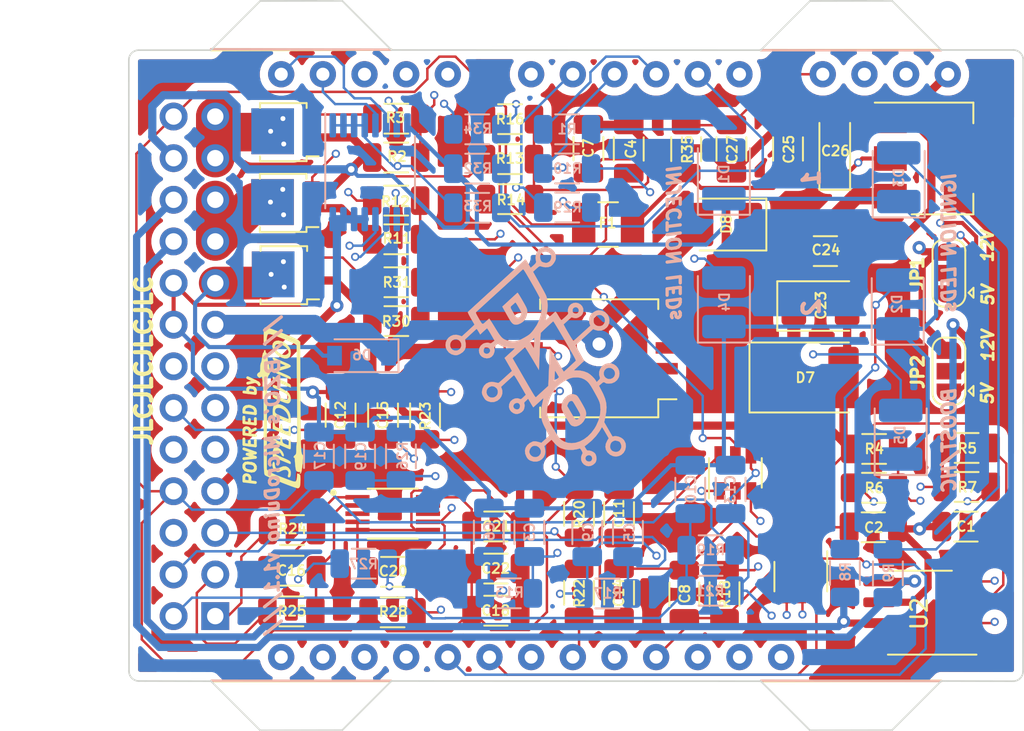
<source format=kicad_pcb>
(kicad_pcb (version 20171130) (host pcbnew "(5.1.10)-1")
  (layers (0 F.Cu mixed) (1 In1.Cu signal) (2 In2.Cu signal) (31 B.Cu mixed) (34 B.Paste user) (35 F.Paste user) (36 B.SilkS user) (37 F.SilkS user) (38 B.Mask user) (39 F.Mask user) (44 Edge.Cuts user))
  (net 0 "")
  (net 1 Vdrive)
  (net 2 GND)
  (net 3 TPS_Sensor)
  (net 4 "Net-(C4-Pad1)")
  (net 5 O2_Sensor)
  (net 6 ADC-Clamp-1)
  (net 7 ADC-Clamp-4)
  (net 8 ADC-Clamp-2)
  (net 9 IAT_Sensor)
  (net 10 CLT_Sensor)
  (net 11 ADC-Clamp-3)
  (net 12 ADC-Clamp-5)
  (net 13 ADC-Clamp-9)
  (net 14 ADC-Clamp-10)
  (net 15 VDDA)
  (net 16 ADC-Clamp-8)
  (net 17 VRegIn)
  (net 18 VDD)
  (net 19 RESET)
  (net 20 "Net-(D1-Pad2)")
  (net 21 INJ-1-OUT)
  (net 22 "Net-(D3-Pad2)")
  (net 23 "Net-(D4-Pad2)")
  (net 24 INJ-2-OUT)
  (net 25 +12V)
  (net 26 IGN-1-OUT)
  (net 27 IGN-2-OUT)
  (net 28 BOOST-OUT)
  (net 29 IDLE-OUT)
  (net 30 FUELPUMP-OUT)
  (net 31 FAN-OUT)
  (net 32 VR1-)
  (net 33 VR1+)
  (net 34 MAP-sensor)
  (net 35 TACHO-OUT)
  (net 36 "Net-(Q1-Pad4)")
  (net 37 "Net-(Q2-Pad4)")
  (net 38 MCU-D38)
  (net 39 MCU-D40)
  (net 40 "Net-(R6-Pad1)")
  (net 41 "Net-(R7-Pad1)")
  (net 42 MCU-D9)
  (net 43 ADC-Clamp-6)
  (net 44 Clutch_in)
  (net 45 ADC-Clamp-7)
  (net 46 MCU-D5)
  (net 47 MCU-D7)
  (net 48 5V-12V_TACHO)
  (net 49 MCU-D34)
  (net 50 MCU-D25)
  (net 51 MCU-D23)
  (net 52 MCU-D11)
  (net 53 "Net-(U1-Pad3V3_1)")
  (net 54 "Net-(U2-Pad8)")
  (net 55 "Net-(U2-Pad1)")
  (net 56 "Net-(U5-Pad3)")
  (net 57 "Net-(U5-Pad8)")
  (net 58 "Net-(D2-Pad2)")
  (net 59 "Net-(U1-PadD21)")
  (net 60 "Net-(U1-PadD17)")
  (net 61 "Net-(U1-PadD13)")
  (net 62 "Net-(U1-PadD3)")
  (net 63 CTPS-ANALOG_in)
  (net 64 "Net-(Q3-Pad4)")
  (net 65 MCU-D36)
  (net 66 "Net-(C16-Pad2)")
  (net 67 "Net-(C16-Pad1)")
  (net 68 "Net-(D5-Pad2)")
  (net 69 "Net-(R26-Pad2)")
  (net 70 "Net-(R33-Pad2)")
  (net 71 "Net-(U6-Pad4)")
  (net 72 "Net-(U6-Pad3)")
  (net 73 "Net-(U6-Pad2)")
  (net 74 "Net-(U6-Pad1)")
  (module Package_SO:SOIC-8_3.9x4.9mm_P1.27mm (layer F.Cu) (at 167.53 104.23 180)
    (fp_text reference U2 (at 0.04 -0.06 90) (layer F.SilkS))
    (fp_text value "TC4424EPA/TC4424VPA/UCC27324DR ")
    (pad 8 smd roundrect (at 2.475 -1.905 180) (size 1.95 0.6) (layers F.Cu F.Paste F.Mask) (net 54 "Net-(U2-Pad8)"))
    (pad 7 smd roundrect (at 2.475 -0.635 180) (size 1.95 0.6) (layers F.Cu F.Paste F.Mask) (net 27 IGN-2-OUT))
    (pad 6 smd roundrect (at 2.475 0.635 180) (size 1.95 0.6) (layers F.Cu F.Paste F.Mask) (net 1 Vdrive))
    (pad 5 smd roundrect (at 2.475 1.905 180) (size 1.95 0.6) (layers F.Cu F.Paste F.Mask) (net 26 IGN-1-OUT))
    (pad 4 smd roundrect (at -2.475 1.905 180) (size 1.95 0.6) (layers F.Cu F.Paste F.Mask) (net 41 "Net-(R7-Pad1)"))
    (pad 3 smd roundrect (at -2.475 0.635 180) (size 1.95 0.6) (layers F.Cu F.Paste F.Mask) (net 2 GND))
    (pad 2 smd roundrect (at -2.475 -0.635 180) (size 1.95 0.6) (layers F.Cu F.Paste F.Mask) (net 40 "Net-(R6-Pad1)"))
    (pad 1 smd roundrect (at -2.475 -1.905 180) (size 1.95 0.6) (layers F.Cu F.Paste F.Mask) (net 55 "Net-(U2-Pad1)"))
  )
  (module Connector_PinHeader_2.54mm:PinHeader_2x13_P2.54mm_Horizontal (layer F.Cu) (at 124.57 104.44 180)
    (fp_text reference J1 hide)
    (fp_text value Conn_02x13_Counter_Clockwise)
    (pad 26 thru_hole oval (at 2.54 30.48 180) (size 1.7 1.7) (drill 1) (layers *.Cu *.Mask) (net 15 VDDA))
    (pad 25 thru_hole oval (at 0 30.48 180) (size 1.7 1.7) (drill 1) (layers *.Cu *.Mask) (net 21 INJ-1-OUT))
    (pad 24 thru_hole oval (at 2.54 27.94 180) (size 1.7 1.7) (drill 1) (layers *.Cu *.Mask) (net 2 GND))
    (pad 23 thru_hole oval (at 0 27.94 180) (size 1.7 1.7) (drill 1) (layers *.Cu *.Mask) (net 21 INJ-1-OUT))
    (pad 22 thru_hole oval (at 2.54 25.4 180) (size 1.7 1.7) (drill 1) (layers *.Cu *.Mask) (net 26 IGN-1-OUT))
    (pad 21 thru_hole oval (at 0 25.4 180) (size 1.7 1.7) (drill 1) (layers *.Cu *.Mask) (net 24 INJ-2-OUT))
    (pad 20 thru_hole oval (at 2.54 22.86 180) (size 1.7 1.7) (drill 1) (layers *.Cu *.Mask) (net 27 IGN-2-OUT))
    (pad 19 thru_hole oval (at 0 22.86 180) (size 1.7 1.7) (drill 1) (layers *.Cu *.Mask) (net 24 INJ-2-OUT))
    (pad 18 thru_hole oval (at 2.54 20.32 180) (size 1.7 1.7) (drill 1) (layers *.Cu *.Mask) (net 2 GND))
    (pad 17 thru_hole oval (at 0 20.32 180) (size 1.7 1.7) (drill 1) (layers *.Cu *.Mask) (net 28 BOOST-OUT))
    (pad 16 thru_hole oval (at 2.54 17.78 180) (size 1.7 1.7) (drill 1) (layers *.Cu *.Mask) (net 2 GND))
    (pad 15 thru_hole oval (at 0 17.78 180) (size 1.7 1.7) (drill 1) (layers *.Cu *.Mask) (net 25 +12V))
    (pad 14 thru_hole oval (at 2.54 15.24 180) (size 1.7 1.7) (drill 1) (layers *.Cu *.Mask) (net 44 Clutch_in))
    (pad 13 thru_hole oval (at 0 15.24 180) (size 1.7 1.7) (drill 1) (layers *.Cu *.Mask) (net 35 TACHO-OUT))
    (pad 12 thru_hole oval (at 2.54 12.7 180) (size 1.7 1.7) (drill 1) (layers *.Cu *.Mask) (net 63 CTPS-ANALOG_in))
    (pad 11 thru_hole oval (at 0 12.7 180) (size 1.7 1.7) (drill 1) (layers *.Cu *.Mask) (net 31 FAN-OUT))
    (pad 10 thru_hole oval (at 2.54 10.16 180) (size 1.7 1.7) (drill 1) (layers *.Cu *.Mask) (net 3 TPS_Sensor))
    (pad 9 thru_hole oval (at 0 10.16 180) (size 1.7 1.7) (drill 1) (layers *.Cu *.Mask) (net 30 FUELPUMP-OUT))
    (pad 8 thru_hole oval (at 2.54 7.62 180) (size 1.7 1.7) (drill 1) (layers *.Cu *.Mask) (net 15 VDDA))
    (pad 7 thru_hole oval (at 0 7.62 180) (size 1.7 1.7) (drill 1) (layers *.Cu *.Mask) (net 29 IDLE-OUT))
    (pad 6 thru_hole oval (at 2.54 5.08 180) (size 1.7 1.7) (drill 1) (layers *.Cu *.Mask) (net 34 MAP-sensor))
    (pad 5 thru_hole oval (at 0 5.08 180) (size 1.7 1.7) (drill 1) (layers *.Cu *.Mask) (net 10 CLT_Sensor))
    (pad 4 thru_hole oval (at 2.54 2.54 180) (size 1.7 1.7) (drill 1) (layers *.Cu *.Mask) (net 5 O2_Sensor))
    (pad 3 thru_hole oval (at 0 2.54 180) (size 1.7 1.7) (drill 1) (layers *.Cu *.Mask) (net 32 VR1-))
    (pad 2 thru_hole oval (at 2.54 0 180) (size 1.7 1.7) (drill 1) (layers *.Cu *.Mask) (net 9 IAT_Sensor))
    (pad 1 thru_hole rect (at 0 0 180) (size 1.7 1.7) (drill 1) (layers *.Cu *.Mask) (net 33 VR1+))
  )
  (module "IMAGES:SPEEDUINO PETIT" (layer F.Cu) (at 128.54 91.73 90)
    (fp_text reference R3 hide)
    (fp_text value 1k)
  )
  (module Resistor_SMD:R_1206_3216Metric (layer F.Cu) (at 135.61 74.09)
    (fp_text reference R3 (at -0.06 -0.06) (layer F.SilkS) (effects (font (size 0.6 0.6) (thickness 0.12))))
    (fp_text value 1k)
    (pad 2 smd roundrect (at 1.4625 0) (size 1.125 1.75) (layers F.Cu F.Paste F.Mask) (roundrect_rratio 0.2222195555555556) (net 47 MCU-D7))
    (pad 1 smd roundrect (at -1.4625 0) (size 1.125 1.75) (layers F.Cu F.Paste F.Mask) (roundrect_rratio 0.2222195555555556) (net 36 "Net-(Q1-Pad4)"))
  )
  (module Resistor_SMD:R_1206_3216Metric (layer F.Cu) (at 164.73 96.61)
    (fp_text reference R6 (at 0.02 0.01) (layer F.SilkS) (effects (font (size 0.6 0.6) (thickness 0.12))))
    (fp_text value 1k)
    (pad 2 smd roundrect (at 1.4625 0) (size 1.125 1.75) (layers F.Cu F.Paste F.Mask) (roundrect_rratio 0.2222195555555556) (net 38 MCU-D38))
    (pad 1 smd roundrect (at -1.4625 0) (size 1.125 1.75) (layers F.Cu F.Paste F.Mask) (roundrect_rratio 0.2222195555555556) (net 40 "Net-(R6-Pad1)"))
  )
  (module Resistor_SMD:R_1206_3216Metric (layer F.Cu) (at 170.38 96.56 180)
    (fp_text reference R7 (at -0.04 -0.02) (layer F.SilkS) (effects (font (size 0.6 0.6) (thickness 0.12))))
    (fp_text value 1k)
    (pad 2 smd roundrect (at 1.4625 0 180) (size 1.125 1.75) (layers F.Cu F.Paste F.Mask) (roundrect_rratio 0.2222195555555556) (net 39 MCU-D40))
    (pad 1 smd roundrect (at -1.4625 0 180) (size 1.125 1.75) (layers F.Cu F.Paste F.Mask) (roundrect_rratio 0.2222195555555556) (net 41 "Net-(R7-Pad1)"))
  )
  (module Resistor_SMD:R_1206_3216Metric (layer F.Cu) (at 142.54 76.56)
    (fp_text reference R13 (at 0.01 -0.04) (layer F.SilkS) (effects (font (size 0.6 0.6) (thickness 0.12))))
    (fp_text value 1k)
    (pad 2 smd roundrect (at 1.4625 0) (size 1.125 1.75) (layers F.Cu F.Paste F.Mask) (roundrect_rratio 0.2222195555555556) (net 4 "Net-(C4-Pad1)"))
    (pad 1 smd roundrect (at -1.4625 0) (size 1.125 1.75) (layers F.Cu F.Paste F.Mask) (roundrect_rratio 0.2222195555555556) (net 2 GND))
  )
  (module Resistor_SMD:R_1206_3216Metric (layer B.Cu) (at 133.62 101.24)
    (fp_text reference R27 (at -0.01 0.02 180) (layer B.SilkS) (effects (font (size 0.6 0.6) (thickness 0.12)) (justify mirror)))
    (fp_text value 1k)
    (pad 2 smd roundrect (at 1.4625 0) (size 1.125 1.75) (layers B.Cu B.Paste B.Mask) (roundrect_rratio 0.2222195555555556) (net 43 ADC-Clamp-6))
    (pad 1 smd roundrect (at -1.4625 0) (size 1.125 1.75) (layers B.Cu B.Paste B.Mask) (roundrect_rratio 0.2222195555555556) (net 44 Clutch_in))
  )
  (module Resistor_SMD:R_1206_3216Metric (layer F.Cu) (at 135.38 104.21 180)
    (fp_text reference R28 (at -0.04 0.04) (layer F.SilkS) (effects (font (size 0.6 0.6) (thickness 0.12))))
    (fp_text value 1k)
    (pad 2 smd roundrect (at 1.4625 0 180) (size 1.125 1.75) (layers F.Cu F.Paste F.Mask) (roundrect_rratio 0.2222195555555556) (net 15 VDDA))
    (pad 1 smd roundrect (at -1.4625 0 180) (size 1.125 1.75) (layers F.Cu F.Paste F.Mask) (roundrect_rratio 0.2222195555555556) (net 16 ADC-Clamp-8))
  )
  (module Resistor_SMD:R_1206_3216Metric (layer B.Cu) (at 140.54 79.53 180)
    (fp_text reference R33 (at -0.03 0.1) (layer B.SilkS) (effects (font (size 0.6 0.6) (thickness 0.12)) (justify mirror)))
    (fp_text value 1k)
    (pad 2 smd roundrect (at 1.4625 0 180) (size 1.125 1.75) (layers B.Cu B.Paste B.Mask) (roundrect_rratio 0.2222195555555556) (net 70 "Net-(R33-Pad2)"))
    (pad 1 smd roundrect (at -1.4625 0 180) (size 1.125 1.75) (layers B.Cu B.Paste B.Mask) (roundrect_rratio 0.2222195555555556) (net 46 MCU-D5))
  )
  (module Resistor_SMD:R_1206_3216Metric (layer F.Cu) (at 135.6 79.09)
    (fp_text reference R12 (at -0.05 0.06) (layer F.SilkS) (effects (font (size 0.6 0.6) (thickness 0.12))))
    (fp_text value 1k)
    (pad 2 smd roundrect (at 1.4625 0) (size 1.125 1.75) (layers F.Cu F.Paste F.Mask) (roundrect_rratio 0.2222195555555556) (net 42 MCU-D9))
    (pad 1 smd roundrect (at -1.4625 0) (size 1.125 1.75) (layers F.Cu F.Paste F.Mask) (roundrect_rratio 0.2222195555555556) (net 37 "Net-(Q2-Pad4)"))
  )
  (module Resistor_SMD:R_1206_3216Metric (layer F.Cu) (at 135.61 84.07)
    (fp_text reference R31 (at 0.04 0.01) (layer F.SilkS) (effects (font (size 0.6 0.6) (thickness 0.12))))
    (fp_text value 1k)
    (pad 2 smd roundrect (at 1.4625 0) (size 1.125 1.75) (layers F.Cu F.Paste F.Mask) (roundrect_rratio 0.2222195555555556) (net 52 MCU-D11))
    (pad 1 smd roundrect (at -1.4625 0) (size 1.125 1.75) (layers F.Cu F.Paste F.Mask) (roundrect_rratio 0.2222195555555556) (net 64 "Net-(Q3-Pad4)"))
  )
  (module Package_TO_SOT_SMD:LFPAK33_POWERPAD (layer F.Cu) (at 128.95 83.64 180)
    (fp_text reference Q3 hide)
    (fp_text value Q_NMOS_GDS)
    (pad 5 thru_hole circle (at 0.975 0.05 180) (size 1 1) (drill 0.3) (layers *.Cu *.Mask) (net 28 BOOST-OUT))
    (pad 5 thru_hole circle (at 0.175 -0.725 180) (size 1 1) (drill 0.3) (layers *.Cu *.Mask) (net 28 BOOST-OUT))
    (pad 5 thru_hole circle (at 0.225 0.825 180) (size 1 1) (drill 0.3) (layers *.Cu *.Mask) (net 28 BOOST-OUT))
    (pad 5 smd rect (at 0.85 0.05 180) (size 2.6 2.8) (layers B.Cu B.Mask) (net 28 BOOST-OUT))
    (pad 2 smd rect (at -1.575 -0.325 180) (size 0.9 1.7) (layers F.Cu F.Mask) (net 2 GND))
    (pad 1 smd rect (at -1.535 -0.975 180) (size 0.83 0.4) (layers F.Cu F.Mask) (net 2 GND))
    (pad 3 smd rect (at -1.535 0.325 180) (size 0.83 0.4) (layers F.Cu F.Mask) (net 2 GND))
    (pad 4 smd rect (at -1.575 1.075 180) (size 0.9 0.5) (layers F.Cu F.Mask) (net 64 "Net-(Q3-Pad4)"))
    (pad 5 smd rect (at 0.85 0.05 180) (size 2.6 2.8) (layers F.Cu F.Mask) (net 28 BOOST-OUT))
  )
  (module Package_TO_SOT_SMD:LFPAK33_POWERPAD (layer F.Cu) (at 128.92 74.91 180)
    (fp_text reference Q1 hide)
    (fp_text value Q_NMOS_GDS)
    (pad 5 thru_hole circle (at 0.975 0.05 180) (size 1 1) (drill 0.3) (layers *.Cu *.Mask) (net 21 INJ-1-OUT))
    (pad 5 thru_hole circle (at 0.175 -0.725 180) (size 1 1) (drill 0.3) (layers *.Cu *.Mask) (net 21 INJ-1-OUT))
    (pad 5 thru_hole circle (at 0.225 0.825 180) (size 1 1) (drill 0.3) (layers *.Cu *.Mask) (net 21 INJ-1-OUT))
    (pad 5 smd rect (at 0.85 0.05 180) (size 2.6 2.8) (layers B.Cu B.Mask) (net 21 INJ-1-OUT))
    (pad 2 smd rect (at -1.575 -0.325 180) (size 0.9 1.7) (layers F.Cu F.Mask) (net 2 GND))
    (pad 1 smd rect (at -1.535 -0.975 180) (size 0.83 0.4) (layers F.Cu F.Mask) (net 2 GND))
    (pad 3 smd rect (at -1.535 0.325 180) (size 0.83 0.4) (layers F.Cu F.Mask) (net 2 GND))
    (pad 4 smd rect (at -1.575 1.075 180) (size 0.9 0.5) (layers F.Cu F.Mask) (net 36 "Net-(Q1-Pad4)"))
    (pad 5 smd rect (at 0.85 0.05 180) (size 2.6 2.8) (layers F.Cu F.Mask) (net 21 INJ-1-OUT))
  )
  (module Package_TO_SOT_SMD:LFPAK33_POWERPAD (layer F.Cu) (at 128.91 79.23 180)
    (fp_text reference Q2 hide)
    (fp_text value Q_NMOS_GDS)
    (pad 5 thru_hole circle (at 0.975 0.05 180) (size 1 1) (drill 0.3) (layers *.Cu *.Mask) (net 24 INJ-2-OUT))
    (pad 5 thru_hole circle (at 0.175 -0.725 180) (size 1 1) (drill 0.3) (layers *.Cu *.Mask) (net 24 INJ-2-OUT))
    (pad 5 thru_hole circle (at 0.225 0.825 180) (size 1 1) (drill 0.3) (layers *.Cu *.Mask) (net 24 INJ-2-OUT))
    (pad 5 smd rect (at 0.85 0.05 180) (size 2.6 2.8) (layers B.Cu B.Mask) (net 24 INJ-2-OUT))
    (pad 2 smd rect (at -1.575 -0.325 180) (size 0.9 1.7) (layers F.Cu F.Mask) (net 2 GND))
    (pad 1 smd rect (at -1.535 -0.975 180) (size 0.83 0.4) (layers F.Cu F.Mask) (net 2 GND))
    (pad 3 smd rect (at -1.535 0.325 180) (size 0.83 0.4) (layers F.Cu F.Mask) (net 2 GND))
    (pad 4 smd rect (at -1.575 1.075 180) (size 0.9 0.5) (layers F.Cu F.Mask) (net 37 "Net-(Q2-Pad4)"))
    (pad 5 smd rect (at 0.85 0.05 180) (size 2.6 2.8) (layers F.Cu F.Mask) (net 24 INJ-2-OUT))
  )
  (module "IMAGES:logo BZO" (layer B.Cu) (at 144.91 89.43 300)
    (fp_text reference D4 hide)
    (fp_text value LED)
  )
  (module Package_SO:TSSOP-16_4.4x5mm_P0.65mm (layer B.Cu) (at 134.01 77.36 270)
    (fp_text reference U7 hide)
    (fp_text value ULN2003TTR)
    (pad 16 smd roundrect (at 2.8625 2.275 270) (size 1.475 0.4) (layers B.Cu B.Paste B.Mask) (net 29 IDLE-OUT))
    (pad 15 smd roundrect (at 2.8625 1.625 270) (size 1.475 0.4) (layers B.Cu B.Paste B.Mask) (net 29 IDLE-OUT))
    (pad 14 smd roundrect (at 2.8625 0.975 270) (size 1.475 0.4) (layers B.Cu B.Paste B.Mask) (net 29 IDLE-OUT))
    (pad 13 smd roundrect (at 2.8625 0.325 270) (size 1.475 0.4) (layers B.Cu B.Paste B.Mask) (net 29 IDLE-OUT))
    (pad 12 smd roundrect (at 2.8625 -0.325 270) (size 1.475 0.4) (layers B.Cu B.Paste B.Mask) (net 30 FUELPUMP-OUT))
    (pad 11 smd roundrect (at 2.8625 -0.975 270) (size 1.475 0.4) (layers B.Cu B.Paste B.Mask) (net 31 FAN-OUT))
    (pad 10 smd roundrect (at 2.8625 -1.625 270) (size 1.475 0.4) (layers B.Cu B.Paste B.Mask) (net 35 TACHO-OUT))
    (pad 9 smd roundrect (at 2.8625 -2.275 270) (size 1.475 0.4) (layers B.Cu B.Paste B.Mask) (net 25 +12V))
    (pad 8 smd roundrect (at -2.8625 -2.275 270) (size 1.475 0.4) (layers B.Cu B.Paste B.Mask) (net 2 GND))
    (pad 7 smd roundrect (at -2.8625 -1.625 270) (size 1.475 0.4) (layers B.Cu B.Paste B.Mask) (net 49 MCU-D34))
    (pad 6 smd roundrect (at -2.8625 -0.975 270) (size 1.475 0.4) (layers B.Cu B.Paste B.Mask) (net 50 MCU-D25))
    (pad 5 smd roundrect (at -2.8625 -0.325 270) (size 1.475 0.4) (layers B.Cu B.Paste B.Mask) (net 51 MCU-D23))
    (pad 4 smd roundrect (at -2.8625 0.325 270) (size 1.475 0.4) (layers B.Cu B.Paste B.Mask) (net 70 "Net-(R33-Pad2)"))
    (pad 3 smd roundrect (at -2.8625 0.975 270) (size 1.475 0.4) (layers B.Cu B.Paste B.Mask) (net 70 "Net-(R33-Pad2)"))
    (pad 2 smd roundrect (at -2.8625 1.625 270) (size 1.475 0.4) (layers B.Cu B.Paste B.Mask) (net 70 "Net-(R33-Pad2)"))
    (pad 1 smd roundrect (at -2.8625 2.275 270) (size 1.475 0.4) (layers B.Cu B.Paste B.Mask) (net 70 "Net-(R33-Pad2)"))
  )
  (module Package_TO_SOT_SMD:SOT-223 (layer F.Cu) (at 168.88 76.52)
    (fp_text reference U8 hide)
    (fp_text value AMS1117-5.0)
    (pad 1 smd rect (at -3.15 -2.3) (size 2 1.5) (layers F.Cu F.Paste F.Mask) (net 2 GND))
    (pad 3 smd rect (at -3.15 2.3) (size 2 1.5) (layers F.Cu F.Paste F.Mask) (net 17 VRegIn))
    (pad 2 smd rect (at -3.15 0) (size 2 1.5) (layers F.Cu F.Paste F.Mask) (net 18 VDD))
    (pad 4 smd rect (at 3.15 0) (size 2 3.8) (layers F.Cu F.Paste F.Mask))
  )
  (module Resistor_SMD:R_1206_3216Metric (layer F.Cu) (at 153.28 75.95 270)
    (fp_text reference R35 (at 0.01 -0.07 90) (layer F.SilkS) (effects (font (size 0.6 0.6) (thickness 0.12))))
    (fp_text value 120R)
    (pad 2 smd roundrect (at 1.4625 0 270) (size 1.125 1.75) (layers F.Cu F.Paste F.Mask) (roundrect_rratio 0.2222195555555556) (net 18 VDD))
    (pad 1 smd roundrect (at -1.4625 0 270) (size 1.125 1.75) (layers F.Cu F.Paste F.Mask) (roundrect_rratio 0.2222195555555556) (net 19 RESET))
  )
  (module Fuse:Fuse_1210_3225Metric_Pad1.42x2.65mm_HandSolder (layer F.Cu) (at 148.52 80.55)
    (fp_text reference F1 (at -0.03 -0.09) (layer F.SilkS) (effects (font (size 0.6 0.6) (thickness 0.12))))
    (fp_text value Polyfuse)
    (pad 2 smd roundrect (at 1.4875 0) (size 1.425 2.65) (layers F.Cu F.Paste F.Mask) (roundrect_rratio 0.1754385964912281) (net 18 VDD))
    (pad 1 smd roundrect (at -1.4875 0) (size 1.425 2.65) (layers F.Cu F.Paste F.Mask) (roundrect_rratio 0.1754385964912281) (net 15 VDDA))
  )
  (module LED_SMD:LED_1210_3225Metric_Pad1.42x2.65mm_HandSolder (layer F.Cu) (at 155.71 80.55 180)
    (fp_text reference D8 (at -0.02 0.02 90) (layer F.SilkS) (effects (font (size 0.6 0.6) (thickness 0.12))))
    (fp_text value RB060MM-60TR)
    (pad 2 smd roundrect (at 1.4875 0 180) (size 1.425 2.65) (layers F.Cu F.Paste F.Mask) (roundrect_rratio 0.1754385964912281) (net 25 +12V))
    (pad 1 smd roundrect (at -1.4875 0 180) (size 1.425 2.65) (layers F.Cu F.Paste F.Mask) (roundrect_rratio 0.1754385964912281) (net 17 VRegIn))
  )
  (module Diode_SMD:D_2114_3652Metric_Pad1.85x3.75mm_HandSolder (layer F.Cu) (at 160.6 89.88)
    (fp_text reference D7 (at -0.06 0.01) (layer F.SilkS) (effects (font (size 0.6 0.6) (thickness 0.12))))
    (fp_text value D_TVS)
    (pad 2 smd roundrect (at 2.275 0) (size 1.85 3.75) (layers F.Cu F.Paste F.Mask) (roundrect_rratio 0.1351345945945946) (net 2 GND))
    (pad 1 smd roundrect (at -2.275 0) (size 1.85 3.75) (layers F.Cu F.Paste F.Mask) (roundrect_rratio 0.1351345945945946) (net 17 VRegIn))
  )
  (module Diode_SMD:D_SOD-123 (layer B.Cu) (at 133.49 88.55 180)
    (fp_text reference D6 (at -0.02 0.04) (layer B.SilkS) (effects (font (size 0.6 0.6) (thickness 0.12)) (justify mirror)))
    (fp_text value 1N4448WQ-7-F)
    (pad 2 smd rect (at 1.65 0 180) (size 0.9 1.2) (layers B.Cu B.Paste B.Mask) (net 28 BOOST-OUT))
    (pad 1 smd rect (at -1.65 0 180) (size 0.9 1.2) (layers B.Cu B.Paste B.Mask) (net 25 +12V))
  )
  (module Capacitor_SMD:C_1206_3216Metric (layer F.Cu) (at 156.04 75.94 270)
    (fp_text reference C27 (at 0.02 -0.05 90) (layer F.SilkS) (effects (font (size 0.6 0.6) (thickness 0.12))))
    (fp_text value 22uF)
    (pad 2 smd roundrect (at 1.475 0 270) (size 1.15 1.8) (layers F.Cu F.Paste F.Mask) (roundrect_rratio 0.2173904347826087) (net 2 GND))
    (pad 1 smd roundrect (at -1.475 0 270) (size 1.15 1.8) (layers F.Cu F.Paste F.Mask) (roundrect_rratio 0.2173904347826087) (net 19 RESET))
  )
  (module Capacitor_SMD:C_1206_3216Metric (layer F.Cu) (at 159.49 75.94 90)
    (fp_text reference C25 (at -0.02 0.05 90) (layer F.SilkS) (effects (font (size 0.6 0.6) (thickness 0.12))))
    (fp_text value 0.1uF)
    (pad 2 smd roundrect (at 1.475 0 90) (size 1.15 1.8) (layers F.Cu F.Paste F.Mask) (roundrect_rratio 0.2173904347826087) (net 2 GND))
    (pad 1 smd roundrect (at -1.475 0 90) (size 1.15 1.8) (layers F.Cu F.Paste F.Mask) (roundrect_rratio 0.2173904347826087) (net 18 VDD))
  )
  (module Sensor_Pressure:KP212F1701 (layer F.Cu) (at 147.98 88.71 180)
    (fp_text reference U6 hide)
    (fp_text value KP212F1701)
    (pad 4 smd rect (at -4.1149 1.905 180) (size 1.35 0.7) (layers F.Cu F.Paste F.Mask) (net 71 "Net-(U6-Pad4)"))
    (pad 3 smd rect (at -4.1149 0.635 180) (size 1.35 0.7) (layers F.Cu F.Paste F.Mask) (net 72 "Net-(U6-Pad3)"))
    (pad 2 smd rect (at -4.1149 -0.635 180) (size 1.35 0.7) (layers F.Cu F.Paste F.Mask) (net 73 "Net-(U6-Pad2)"))
    (pad 1 smd rect (at -4.1149 -1.905 180) (size 1.35 0.7) (layers F.Cu F.Paste F.Mask) (net 74 "Net-(U6-Pad1)"))
    (pad 5 smd rect (at 4.1149 -1.905 180) (size 1.35 1.2) (layers F.Cu F.Paste F.Mask) (net 15 VDDA))
    (pad 8 smd rect (at 4.1149 1.905 180) (size 1.35 0.7) (layers F.Cu F.Paste F.Mask) (net 2 GND))
    (pad 7 smd rect (at 4.1149 0.635 180) (size 1.35 0.7) (layers F.Cu F.Paste F.Mask) (net 69 "Net-(R26-Pad2)"))
    (pad 6 smd rect (at 4.1149 -0.635 180) (size 1.35 0.7) (layers F.Cu F.Paste F.Mask) (net 2 GND))
  )
  (module Resistor_SMD:R_1206_3216Metric (layer F.Cu) (at 135.61 86.44 180)
    (fp_text reference R30 (at 0.01 -0.02 180) (layer F.SilkS) (effects (font (size 0.6 0.6) (thickness 0.12))))
    (fp_text value 100k)
    (pad 2 smd roundrect (at 1.4625 0 180) (size 1.125 1.75) (layers F.Cu F.Paste F.Mask) (roundrect_rratio 0.2222195555555556) (net 2 GND))
    (pad 1 smd roundrect (at -1.4625 0 180) (size 1.125 1.75) (layers F.Cu F.Paste F.Mask) (roundrect_rratio 0.2222195555555556) (net 52 MCU-D11))
  )
  (module Resistor_SMD:R_1206_3216Metric (layer B.Cu) (at 146.03 79.51 180)
    (fp_text reference R29 (at -0.02 0.02) (layer B.SilkS) (effects (font (size 0.6 0.6) (thickness 0.12)) (justify mirror)))
    (fp_text value 150R)
    (pad 2 smd roundrect (at 1.4625 0 180) (size 1.125 1.75) (layers B.Cu B.Paste B.Mask) (roundrect_rratio 0.2222195555555556) (net 52 MCU-D11))
    (pad 1 smd roundrect (at -1.4625 0 180) (size 1.125 1.75) (layers B.Cu B.Paste B.Mask) (roundrect_rratio 0.2222195555555556) (net 68 "Net-(D5-Pad2)"))
  )
  (module Resistor_SMD:R_1206_3216Metric (layer B.Cu) (at 135.89 94.69 90)
    (fp_text reference R26 (at 0.03 0.1 90) (layer B.SilkS) (effects (font (size 0.6 0.6) (thickness 0.12)) (justify mirror)))
    (fp_text value 10k)
    (pad 2 smd roundrect (at 1.4625 0 90) (size 1.125 1.75) (layers B.Cu B.Paste B.Mask) (roundrect_rratio 0.2222195555555556) (net 69 "Net-(R26-Pad2)"))
    (pad 1 smd roundrect (at -1.4625 0 90) (size 1.125 1.75) (layers B.Cu B.Paste B.Mask) (roundrect_rratio 0.2222195555555556) (net 14 ADC-Clamp-10))
  )
  (module Resistor_SMD:R_1206_3216Metric (layer F.Cu) (at 137.36 92.19 90)
    (fp_text reference R23 (at -0.04 0.02 90) (layer F.SilkS) (effects (font (size 0.6 0.6) (thickness 0.12))))
    (fp_text value 470R)
    (pad 2 smd roundrect (at 1.4625 0 90) (size 1.125 1.75) (layers F.Cu F.Paste F.Mask) (roundrect_rratio 0.2222195555555556) (net 63 CTPS-ANALOG_in))
    (pad 1 smd roundrect (at -1.4625 0 90) (size 1.125 1.75) (layers F.Cu F.Paste F.Mask) (roundrect_rratio 0.2222195555555556) (net 45 ADC-Clamp-7))
  )
  (module LED_SMD:LED_1210_3225Metric_Pad1.42x2.65mm_HandSolder (layer B.Cu) (at 166.36 93.37 90)
    (fp_text reference D5 (at -0.02 -0.04 90) (layer B.SilkS) (effects (font (size 0.6 0.6) (thickness 0.12)) (justify mirror)))
    (fp_text value LED)
    (pad 2 smd roundrect (at 1.4875 0 90) (size 1.425 2.65) (layers B.Cu B.Paste B.Mask) (roundrect_rratio 0.1754385964912281) (net 68 "Net-(D5-Pad2)"))
    (pad 1 smd roundrect (at -1.4875 0 90) (size 1.425 2.65) (layers B.Cu B.Paste B.Mask) (roundrect_rratio 0.1754385964912281) (net 2 GND))
  )
  (module Capacitor_SMD:C_1206_3216Metric (layer B.Cu) (at 133.4 94.69 270)
    (fp_text reference C19 (at 0 -0.05 90) (layer B.SilkS) (effects (font (size 0.6 0.6) (thickness 0.12)) (justify mirror)))
    (fp_text value 0.1uF)
    (pad 2 smd roundrect (at 1.475 0 270) (size 1.15 1.8) (layers B.Cu B.Paste B.Mask) (roundrect_rratio 0.2173904347826087) (net 14 ADC-Clamp-10))
    (pad 1 smd roundrect (at -1.475 0 270) (size 1.15 1.8) (layers B.Cu B.Paste B.Mask) (roundrect_rratio 0.2173904347826087) (net 2 GND))
  )
  (module Capacitor_SMD:C_1206_3216Metric (layer B.Cu) (at 130.89 94.69 90)
    (fp_text reference C17 (at 0.05 0.07 90) (layer B.SilkS) (effects (font (size 0.6 0.6) (thickness 0.12)) (justify mirror)))
    (fp_text value 0.1uF)
    (pad 2 smd roundrect (at 1.475 0 90) (size 1.15 1.8) (layers B.Cu B.Paste B.Mask) (roundrect_rratio 0.2173904347826087) (net 2 GND))
    (pad 1 smd roundrect (at -1.475 0 90) (size 1.15 1.8) (layers B.Cu B.Paste B.Mask) (roundrect_rratio 0.2173904347826087) (net 15 VDDA))
  )
  (module Capacitor_SMD:C_1206_3216Metric (layer F.Cu) (at 134.8 92.18 90)
    (fp_text reference C15 (at 0 -0.01 90) (layer F.SilkS) (effects (font (size 0.6 0.6) (thickness 0.12))))
    (fp_text value 0.22uF)
    (pad 2 smd roundrect (at 1.475 0 90) (size 1.15 1.8) (layers F.Cu F.Paste F.Mask) (roundrect_rratio 0.2173904347826087) (net 2 GND))
    (pad 1 smd roundrect (at -1.475 0 90) (size 1.15 1.8) (layers F.Cu F.Paste F.Mask) (roundrect_rratio 0.2173904347826087) (net 45 ADC-Clamp-7))
  )
  (module Capacitor_SMD:C_1206_3216Metric (layer F.Cu) (at 132.21 92.18 90)
    (fp_text reference C12 (at 0 0 90) (layer F.SilkS) (effects (font (size 0.6 0.6) (thickness 0.12))))
    (fp_text value 0.1uF)
    (pad 2 smd roundrect (at 1.475 0 90) (size 1.15 1.8) (layers F.Cu F.Paste F.Mask) (roundrect_rratio 0.2173904347826087) (net 2 GND))
    (pad 1 smd roundrect (at -1.475 0 90) (size 1.15 1.8) (layers F.Cu F.Paste F.Mask) (roundrect_rratio 0.2173904347826087) (net 63 CTPS-ANALOG_in))
  )
  (module ARDUINO_MEGA_PRO:MODULE_MEGA_PRO_EMBED_CH340G___ATMEGA2560 (layer F.Cu) (at 146.57 89.16 180)
    (fp_text reference U1 hide)
    (fp_text value MEGA_PRO_EMBED_CH340G___ATMEGA2560)
    (pad D40 thru_hole circle (at 17.98 -17.78 180) (size 1.6 1.6) (drill 0.8) (layers *.Cu *.Mask) (net 39 MCU-D40))
    (pad D38 thru_hole circle (at 15.44 -17.78 180) (size 1.6 1.6) (drill 0.8) (layers *.Cu *.Mask) (net 38 MCU-D38))
    (pad D36 thru_hole circle (at 12.9 -17.78 180) (size 1.6 1.6) (drill 0.8) (layers *.Cu *.Mask) (net 65 MCU-D36))
    (pad D34 thru_hole circle (at 10.36 -17.78 180) (size 1.6 1.6) (drill 0.8) (layers *.Cu *.Mask) (net 49 MCU-D34))
    (pad D32 thru_hole circle (at 7.82 -17.78 180) (size 1.6 1.6) (drill 0.8) (layers *.Cu *.Mask) (net 43 ADC-Clamp-6))
    (pad A14 thru_hole circle (at 5.28 -17.78 180) (size 1.6 1.6) (drill 0.8) (layers *.Cu *.Mask) (net 14 ADC-Clamp-10))
    (pad A12 thru_hole circle (at 2.74 -17.78 180) (size 1.6 1.6) (drill 0.8) (layers *.Cu *.Mask) (net 45 ADC-Clamp-7))
    (pad A10 thru_hole circle (at 0.2 -17.78 180) (size 1.6 1.6) (drill 0.8) (layers *.Cu *.Mask) (net 12 ADC-Clamp-5))
    (pad A8 thru_hole circle (at -2.34 -17.78 180) (size 1.6 1.6) (drill 0.8) (layers *.Cu *.Mask) (net 8 ADC-Clamp-2))
    (pad A6 thru_hole circle (at -4.88 -17.78 180) (size 1.6 1.6) (drill 0.8) (layers *.Cu *.Mask) (net 13 ADC-Clamp-9))
    (pad A4 thru_hole circle (at -7.42 -17.78 180) (size 1.6 1.6) (drill 0.8) (layers *.Cu *.Mask) (net 7 ADC-Clamp-4))
    (pad A2 thru_hole circle (at -9.96 -17.78 180) (size 1.6 1.6) (drill 0.8) (layers *.Cu *.Mask) (net 6 ADC-Clamp-1))
    (pad A0 thru_hole circle (at -12.5 -17.78 180) (size 1.6 1.6) (drill 0.8) (layers *.Cu *.Mask) (net 11 ADC-Clamp-3))
    (pad D25 thru_hole circle (at 17.98 17.78 180) (size 1.6 1.6) (drill 0.8) (layers *.Cu *.Mask) (net 50 MCU-D25))
    (pad D23 thru_hole circle (at 15.44 17.78 180) (size 1.6 1.6) (drill 0.8) (layers *.Cu *.Mask) (net 51 MCU-D23))
    (pad D21 thru_hole circle (at 12.9 17.78 180) (size 1.6 1.6) (drill 0.8) (layers *.Cu *.Mask) (net 59 "Net-(U1-PadD21)"))
    (pad D19 thru_hole circle (at 10.36 17.78 180) (size 1.6 1.6) (drill 0.8) (layers *.Cu *.Mask) (net 16 ADC-Clamp-8))
    (pad D17 thru_hole circle (at 7.82 17.78 180) (size 1.6 1.6) (drill 0.8) (layers *.Cu *.Mask) (net 60 "Net-(U1-PadD17)"))
    (pad D13 thru_hole circle (at 2.74 17.78 180) (size 1.6 1.6) (drill 0.8) (layers *.Cu *.Mask) (net 61 "Net-(U1-PadD13)"))
    (pad D11 thru_hole circle (at 0.2 17.78 180) (size 1.6 1.6) (drill 0.8) (layers *.Cu *.Mask) (net 52 MCU-D11))
    (pad D9 thru_hole circle (at -2.34 17.78 180) (size 1.6 1.6) (drill 0.8) (layers *.Cu *.Mask) (net 42 MCU-D9))
    (pad D7 thru_hole circle (at -4.88 17.78 180) (size 1.6 1.6) (drill 0.8) (layers *.Cu *.Mask) (net 47 MCU-D7))
    (pad D5 thru_hole circle (at -7.42 17.78 180) (size 1.6 1.6) (drill 0.8) (layers *.Cu *.Mask) (net 46 MCU-D5))
    (pad D3 thru_hole circle (at -9.96 17.78 180) (size 1.6 1.6) (drill 0.8) (layers *.Cu *.Mask) (net 62 "Net-(U1-PadD3)"))
    (pad RST thru_hole circle (at -15.04 17.78 180) (size 1.6 1.6) (drill 0.8) (layers *.Cu *.Mask) (net 19 RESET))
    (pad 3V3_1 thru_hole circle (at -17.58 17.78 180) (size 1.6 1.6) (drill 0.8) (layers *.Cu *.Mask) (net 53 "Net-(U1-Pad3V3_1)"))
    (pad 5V_1 thru_hole circle (at -20.12 17.78 180) (size 1.6 1.6) (drill 0.8) (layers *.Cu *.Mask) (net 18 VDD))
    (pad GND_1 thru_hole circle (at -22.66 17.78 180) (size 1.6 1.6) (drill 0.8) (layers *.Cu *.Mask) (net 2 GND))
  )
  (module Resistor_SMD:R_1206_3216Metric (layer F.Cu) (at 135.6 81.45 180)
    (fp_text reference R11 (at -0.05 0.06) (layer F.SilkS) (effects (font (size 0.6 0.6) (thickness 0.12))))
    (fp_text value 100k)
    (pad 2 smd roundrect (at 1.4625 0 180) (size 1.125 1.75) (layers F.Cu F.Paste F.Mask) (roundrect_rratio 0.2222195555555556) (net 2 GND))
    (pad 1 smd roundrect (at -1.4625 0 180) (size 1.125 1.75) (layers F.Cu F.Paste F.Mask) (roundrect_rratio 0.2222195555555556) (net 42 MCU-D9))
  )
  (module Resistor_SMD:R_1206_3216Metric (layer B.Cu) (at 146.02 77.13 180)
    (fp_text reference R10 (at -0.03 0 180) (layer B.SilkS) (effects (font (size 0.6 0.6) (thickness 0.12)) (justify mirror)))
    (fp_text value 150R)
    (pad 2 smd roundrect (at 1.4625 0 180) (size 1.125 1.75) (layers B.Cu B.Paste B.Mask) (roundrect_rratio 0.2222195555555556) (net 42 MCU-D9))
    (pad 1 smd roundrect (at -1.4625 0 180) (size 1.125 1.75) (layers B.Cu B.Paste B.Mask) (roundrect_rratio 0.2222195555555556) (net 23 "Net-(D4-Pad2)"))
  )
  (module LED_SMD:LED_1210_3225Metric_Pad1.42x2.65mm_HandSolder (layer B.Cu) (at 155.58 85.29 90)
    (fp_text reference D4 (at 0.02 0.04 270) (layer B.SilkS) (effects (font (size 0.6 0.6) (thickness 0.12)) (justify mirror)))
    (fp_text value LED)
    (pad 2 smd roundrect (at 1.4875 0 90) (size 1.425 2.65) (layers B.Cu B.Paste B.Mask) (roundrect_rratio 0.1754385964912281) (net 23 "Net-(D4-Pad2)"))
    (pad 1 smd roundrect (at -1.4875 0 90) (size 1.425 2.65) (layers B.Cu B.Paste B.Mask) (roundrect_rratio 0.1754385964912281) (net 2 GND))
  )
  (module Package_TO_SOT_SMD:SOT-23-6 (layer F.Cu) (at 160.27 102.03 270)
    (fp_text reference U4 hide)
    (fp_text value SP0505BAHTG)
    (pad 5 smd rect (at 1.1 0 270) (size 1.06 0.65) (layers F.Cu F.Paste F.Mask) (net 45 ADC-Clamp-7))
    (pad 6 smd rect (at 1.1 -0.95 270) (size 1.06 0.65) (layers F.Cu F.Paste F.Mask) (net 14 ADC-Clamp-10))
    (pad 4 smd rect (at 1.1 0.95 270) (size 1.06 0.65) (layers F.Cu F.Paste F.Mask) (net 16 ADC-Clamp-8))
    (pad 3 smd rect (at -1.1 0.95 270) (size 1.06 0.65) (layers F.Cu F.Paste F.Mask) (net 13 ADC-Clamp-9))
    (pad 2 smd rect (at -1.1 0 270) (size 1.06 0.65) (layers F.Cu F.Paste F.Mask) (net 2 GND))
    (pad 1 smd rect (at -1.1 -0.95 270) (size 1.06 0.65) (layers F.Cu F.Paste F.Mask) (net 43 ADC-Clamp-6))
  )
  (module Package_TO_SOT_SMD:SOT-23-6 (layer F.Cu) (at 156.28 95.7 90)
    (fp_text reference U3 hide)
    (fp_text value SP0505BAHTG)
    (pad 5 smd rect (at 1.1 0 90) (size 1.06 0.65) (layers F.Cu F.Paste F.Mask) (net 7 ADC-Clamp-4))
    (pad 6 smd rect (at 1.1 -0.95 90) (size 1.06 0.65) (layers F.Cu F.Paste F.Mask) (net 12 ADC-Clamp-5))
    (pad 4 smd rect (at 1.1 0.95 90) (size 1.06 0.65) (layers F.Cu F.Paste F.Mask) (net 11 ADC-Clamp-3))
    (pad 3 smd rect (at -1.1 0.95 90) (size 1.06 0.65) (layers F.Cu F.Paste F.Mask) (net 8 ADC-Clamp-2))
    (pad 2 smd rect (at -1.1 0 90) (size 1.06 0.65) (layers F.Cu F.Paste F.Mask) (net 2 GND))
    (pad 1 smd rect (at -1.1 -0.95 90) (size 1.06 0.65) (layers F.Cu F.Paste F.Mask) (net 6 ADC-Clamp-1))
  )
  (module Jumper:SolderJumper-3_P1.3mm_Open_RoundedPad1.0x1.5mm (layer F.Cu) (at 169.3 89.5 90)
    (fp_text reference JP2 (at -0.04 -1.9 90) (layer F.SilkS) (effects (font (size 0.75 0.75) (thickness 0.1875))))
    (fp_text value SolderJumper_3_Open)
    (pad 2 smd rect (at 0 0 90) (size 1 1.5) (layers F.Cu F.Mask) (net 1 Vdrive))
    (pad 3 smd custom (at 1.3 0 90) (size 1 0.5) (layers F.Cu F.Mask) (net 25 +12V) (options (clearance outline) (anchor rect)) (primitives (gr_circle (center 0 0.25) (end 0.5 0.25) (width 0)) (gr_circle (center 0 -0.25) (end 0.5 -0.25) (width 0)) (gr_poly (pts (xy -0.55 -0.75) (xy 0 -0.75) (xy 0 0.75) (xy -0.55 0.75)) (width 0))))
    (pad 1 smd custom (at -1.3 0 90) (size 1 0.5) (layers F.Cu F.Mask) (net 18 VDD) (options (clearance outline) (anchor rect)) (primitives (gr_circle (center 0 0.25) (end 0.5 0.25) (width 0)) (gr_circle (center 0 -0.25) (end 0.5 -0.25) (width 0)) (gr_poly (pts (xy 0.55 -0.75) (xy 0 -0.75) (xy 0 0.75) (xy 0.55 0.75)) (width 0))))
  )
  (module Jumper:SolderJumper-3_P1.3mm_Open_RoundedPad1.0x1.5mm (layer F.Cu) (at 169.3 83.51 90)
    (fp_text reference JP1 (at -0.04 -1.92 90) (layer F.SilkS) (effects (font (size 0.75 0.75) (thickness 0.1875))))
    (fp_text value SolderJumper_3_Open)
    (pad 1 smd custom (at -1.3 0 90) (size 1 0.5) (layers F.Cu F.Mask) (net 18 VDD) (options (clearance outline) (anchor rect)) (primitives (gr_circle (center 0 0.25) (end 0.5 0.25) (width 0)) (gr_circle (center 0 -0.25) (end 0.5 -0.25) (width 0)) (gr_poly (pts (xy 0.55 -0.75) (xy 0 -0.75) (xy 0 0.75) (xy 0.55 0.75)) (width 0))))
    (pad 3 smd custom (at 1.3 0 90) (size 1 0.5) (layers F.Cu F.Mask) (net 25 +12V) (options (clearance outline) (anchor rect)) (primitives (gr_circle (center 0 0.25) (end 0.5 0.25) (width 0)) (gr_circle (center 0 -0.25) (end 0.5 -0.25) (width 0)) (gr_poly (pts (xy -0.55 -0.75) (xy 0 -0.75) (xy 0 0.75) (xy -0.55 0.75)) (width 0))))
    (pad 2 smd rect (at 0 0 90) (size 1 1.5) (layers F.Cu F.Mask) (net 48 5V-12V_TACHO))
  )
  (module Package_SO:MAX9924UAUB+ (layer F.Cu) (at 135.39 98.19)
    (fp_text reference U5 hide)
    (fp_text value MAX9924UAUB+)
    (pad 1 smd roundrect (at -2.15 -1) (size 1.47 0.28) (layers F.Cu F.Paste F.Mask) (roundrect_rratio 0.04) (net 67 "Net-(C16-Pad1)"))
    (pad 2 smd roundrect (at -2.15 -0.5) (size 1.47 0.28) (layers F.Cu F.Paste F.Mask) (roundrect_rratio 0.04) (net 66 "Net-(C16-Pad2)"))
    (pad 3 smd roundrect (at -2.15 0) (size 1.47 0.28) (layers F.Cu F.Paste F.Mask) (roundrect_rratio 0.04) (net 56 "Net-(U5-Pad3)"))
    (pad 4 smd roundrect (at -2.15 0.5) (size 1.47 0.28) (layers F.Cu F.Paste F.Mask) (roundrect_rratio 0.04) (net 2 GND))
    (pad 5 smd roundrect (at -2.15 1) (size 1.47 0.28) (layers F.Cu F.Paste F.Mask) (roundrect_rratio 0.04) (net 2 GND))
    (pad 6 smd roundrect (at 2.15 1) (size 1.47 0.28) (layers F.Cu F.Paste F.Mask) (roundrect_rratio 0.04) (net 2 GND))
    (pad 7 smd roundrect (at 2.15 0.5) (size 1.47 0.28) (layers F.Cu F.Paste F.Mask) (roundrect_rratio 0.04) (net 16 ADC-Clamp-8))
    (pad 8 smd roundrect (at 2.15 0) (size 1.47 0.28) (layers F.Cu F.Paste F.Mask) (roundrect_rratio 0.04) (net 57 "Net-(U5-Pad8)"))
    (pad 9 smd roundrect (at 2.15 -0.5) (size 1.47 0.28) (layers F.Cu F.Paste F.Mask) (roundrect_rratio 0.04) (net 2 GND))
    (pad 10 smd roundrect (at 2.15 -1) (size 1.47 0.28) (layers F.Cu F.Paste F.Mask) (roundrect_rratio 0.04) (net 15 VDDA))
  )
  (module Resistor_SMD:R_1206_3216Metric (layer B.Cu) (at 140.54 74.74)
    (fp_text reference R34 (at 0.03 -0.04) (layer B.SilkS) (effects (font (size 0.6 0.6) (thickness 0.12)) (justify mirror)))
    (fp_text value 10k)
    (pad 2 smd roundrect (at 1.4625 0) (size 1.125 1.75) (layers B.Cu B.Paste B.Mask) (roundrect_rratio 0.2222195555555556) (net 48 5V-12V_TACHO))
    (pad 1 smd roundrect (at -1.4625 0) (size 1.125 1.75) (layers B.Cu B.Paste B.Mask) (roundrect_rratio 0.2222195555555556) (net 35 TACHO-OUT))
  )
  (module Resistor_SMD:R_1206_3216Metric (layer B.Cu) (at 140.54 77.14)
    (fp_text reference R32 (at 0.03 -0.01) (layer B.SilkS) (effects (font (size 0.6 0.6) (thickness 0.12)) (justify mirror)))
    (fp_text value 100k)
    (pad 2 smd roundrect (at 1.4625 0) (size 1.125 1.75) (layers B.Cu B.Paste B.Mask) (roundrect_rratio 0.2222195555555556) (net 46 MCU-D5))
    (pad 1 smd roundrect (at -1.4625 0) (size 1.125 1.75) (layers B.Cu B.Paste B.Mask) (roundrect_rratio 0.2222195555555556) (net 2 GND))
  )
  (module Resistor_SMD:R_1206_3216Metric (layer F.Cu) (at 155.62 103.1 90)
    (fp_text reference R18 (at -0.01 0.02 90) (layer F.SilkS) (effects (font (size 0.6 0.6) (thickness 0.12))))
    (fp_text value 470R)
    (pad 2 smd roundrect (at 1.4625 0 90) (size 1.125 1.75) (layers F.Cu F.Paste F.Mask) (roundrect_rratio 0.2222195555555556) (net 34 MAP-sensor))
    (pad 1 smd roundrect (at -1.4625 0 90) (size 1.125 1.75) (layers F.Cu F.Paste F.Mask) (roundrect_rratio 0.2222195555555556) (net 13 ADC-Clamp-9))
  )
  (module Resistor_SMD:R_1206_3216Metric (layer F.Cu) (at 129.21 104.15 180)
    (fp_text reference R25 (at -0.04 0.01) (layer F.SilkS) (effects (font (size 0.6 0.6) (thickness 0.12))))
    (fp_text value 10k)
    (pad 2 smd roundrect (at 1.4625 0 180) (size 1.125 1.75) (layers F.Cu F.Paste F.Mask) (roundrect_rratio 0.2222195555555556) (net 32 VR1-))
    (pad 1 smd roundrect (at -1.4625 0 180) (size 1.125 1.75) (layers F.Cu F.Paste F.Mask) (roundrect_rratio 0.2222195555555556) (net 66 "Net-(C16-Pad2)"))
  )
  (module Resistor_SMD:R_1206_3216Metric (layer F.Cu) (at 129.25 99.19 180)
    (fp_text reference R24 (at -0.03 0.07) (layer F.SilkS) (effects (font (size 0.6 0.6) (thickness 0.12))))
    (fp_text value 10k)
    (pad 2 smd roundrect (at 1.4625 0 180) (size 1.125 1.75) (layers F.Cu F.Paste F.Mask) (roundrect_rratio 0.2222195555555556) (net 33 VR1+))
    (pad 1 smd roundrect (at -1.4625 0 180) (size 1.125 1.75) (layers F.Cu F.Paste F.Mask) (roundrect_rratio 0.2222195555555556) (net 67 "Net-(C16-Pad1)"))
  )
  (module Resistor_SMD:R_1206_3216Metric (layer F.Cu) (at 146.75 103.02 90)
    (fp_text reference R22 (at -0.03 0.02 90) (layer F.SilkS) (effects (font (size 0.6 0.6) (thickness 0.12))))
    (fp_text value 470R)
    (pad 2 smd roundrect (at 1.4625 0 90) (size 1.125 1.75) (layers F.Cu F.Paste F.Mask) (roundrect_rratio 0.2222195555555556) (net 10 CLT_Sensor))
    (pad 1 smd roundrect (at -1.4625 0 90) (size 1.125 1.75) (layers F.Cu F.Paste F.Mask) (roundrect_rratio 0.2222195555555556) (net 12 ADC-Clamp-5))
  )
  (module Resistor_SMD:R_1206_3216Metric (layer B.Cu) (at 154.77 102.89 180)
    (fp_text reference R21 (at 0.03 -0.02 180) (layer B.SilkS) (effects (font (size 0.6 0.6) (thickness 0.12)) (justify mirror)))
    (fp_text value 470R)
    (pad 2 smd roundrect (at 1.4625 0 180) (size 1.125 1.75) (layers B.Cu B.Paste B.Mask) (roundrect_rratio 0.2222195555555556) (net 9 IAT_Sensor))
    (pad 1 smd roundrect (at -1.4625 0 180) (size 1.125 1.75) (layers B.Cu B.Paste B.Mask) (roundrect_rratio 0.2222195555555556) (net 11 ADC-Clamp-3))
  )
  (module Resistor_SMD:R_1206_3216Metric (layer F.Cu) (at 146.75 98.2 90)
    (fp_text reference R20 (at -0.03 0.02 90) (layer F.SilkS) (effects (font (size 0.6 0.6) (thickness 0.12))))
    (fp_text value 2.49k)
    (pad 2 smd roundrect (at 1.4625 0 90) (size 1.125 1.75) (layers F.Cu F.Paste F.Mask) (roundrect_rratio 0.2222195555555556) (net 15 VDDA))
    (pad 1 smd roundrect (at -1.4625 0 90) (size 1.125 1.75) (layers F.Cu F.Paste F.Mask) (roundrect_rratio 0.2222195555555556) (net 10 CLT_Sensor))
  )
  (module Resistor_SMD:R_1206_3216Metric (layer B.Cu) (at 154.77 100.42)
    (fp_text reference R19 (at 0.01 -0.02 180) (layer B.SilkS) (effects (font (size 0.6 0.6) (thickness 0.12)) (justify mirror)))
    (fp_text value 2.49k)
    (pad 2 smd roundrect (at 1.4625 0) (size 1.125 1.75) (layers B.Cu B.Paste B.Mask) (roundrect_rratio 0.2222195555555556) (net 15 VDDA))
    (pad 1 smd roundrect (at -1.4625 0) (size 1.125 1.75) (layers B.Cu B.Paste B.Mask) (roundrect_rratio 0.2222195555555556) (net 9 IAT_Sensor))
  )
  (module Resistor_SMD:R_1206_3216Metric (layer B.Cu) (at 148.48 103.06)
    (fp_text reference R17 (at 0.02 -0.01 180) (layer B.SilkS) (effects (font (size 0.6 0.6) (thickness 0.12)) (justify mirror)))
    (fp_text value 470R)
    (pad 2 smd roundrect (at 1.4625 0) (size 1.125 1.75) (layers B.Cu B.Paste B.Mask) (roundrect_rratio 0.2222195555555556) (net 5 O2_Sensor))
    (pad 1 smd roundrect (at -1.4625 0) (size 1.125 1.75) (layers B.Cu B.Paste B.Mask) (roundrect_rratio 0.2222195555555556) (net 8 ADC-Clamp-2))
  )
  (module Resistor_SMD:R_1206_3216Metric (layer F.Cu) (at 142.54 74.12)
    (fp_text reference R16 (at 0.01 0) (layer F.SilkS) (effects (font (size 0.6 0.6) (thickness 0.12))))
    (fp_text value 470R)
    (pad 2 smd roundrect (at 1.4625 0) (size 1.125 1.75) (layers F.Cu F.Paste F.Mask) (roundrect_rratio 0.2222195555555556) (net 4 "Net-(C4-Pad1)"))
    (pad 1 smd roundrect (at -1.4625 0) (size 1.125 1.75) (layers F.Cu F.Paste F.Mask) (roundrect_rratio 0.2222195555555556) (net 7 ADC-Clamp-4))
  )
  (module Resistor_SMD:R_1206_3216Metric (layer B.Cu) (at 142.47 103.05)
    (fp_text reference R15 (at 0.04 -0.05 180) (layer B.SilkS) (effects (font (size 0.6 0.6) (thickness 0.12)) (justify mirror)))
    (fp_text value 470R)
    (pad 2 smd roundrect (at 1.4625 0) (size 1.125 1.75) (layers B.Cu B.Paste B.Mask) (roundrect_rratio 0.2222195555555556) (net 3 TPS_Sensor))
    (pad 1 smd roundrect (at -1.4625 0) (size 1.125 1.75) (layers B.Cu B.Paste B.Mask) (roundrect_rratio 0.2222195555555556) (net 6 ADC-Clamp-1))
  )
  (module Resistor_SMD:R_1206_3216Metric (layer F.Cu) (at 142.54 79 180)
    (fp_text reference R14 (at -0.06 -0.05) (layer F.SilkS) (effects (font (size 0.6 0.6) (thickness 0.12))))
    (fp_text value 3.9k)
    (pad 2 smd roundrect (at 1.4625 0 180) (size 1.125 1.75) (layers F.Cu F.Paste F.Mask) (roundrect_rratio 0.2222195555555556) (net 25 +12V))
    (pad 1 smd roundrect (at -1.4625 0 180) (size 1.125 1.75) (layers F.Cu F.Paste F.Mask) (roundrect_rratio 0.2222195555555556) (net 4 "Net-(C4-Pad1)"))
  )
  (module Resistor_SMD:R_1206_3216Metric (layer B.Cu) (at 165.58 101.83 90)
    (fp_text reference R9 (at 0.03 0.05 90) (layer B.SilkS) (effects (font (size 0.6 0.6) (thickness 0.12)) (justify mirror)))
    (fp_text value 2.4k)
    (pad 2 smd roundrect (at 1.4625 0 90) (size 1.125 1.75) (layers B.Cu B.Paste B.Mask) (roundrect_rratio 0.2222195555555556) (net 22 "Net-(D3-Pad2)"))
    (pad 1 smd roundrect (at -1.4625 0 90) (size 1.125 1.75) (layers B.Cu B.Paste B.Mask) (roundrect_rratio 0.2222195555555556) (net 26 IGN-1-OUT))
  )
  (module Resistor_SMD:R_1206_3216Metric (layer B.Cu) (at 162.96 101.81 90)
    (fp_text reference R8 (at 0.08 0.03 90) (layer B.SilkS) (effects (font (size 0.6 0.6) (thickness 0.12)) (justify mirror)))
    (fp_text value 2.4k)
    (pad 2 smd roundrect (at 1.4625 0 90) (size 1.125 1.75) (layers B.Cu B.Paste B.Mask) (roundrect_rratio 0.2222195555555556) (net 58 "Net-(D2-Pad2)"))
    (pad 1 smd roundrect (at -1.4625 0 90) (size 1.125 1.75) (layers B.Cu B.Paste B.Mask) (roundrect_rratio 0.2222195555555556) (net 27 IGN-2-OUT))
  )
  (module Resistor_SMD:R_1206_3216Metric (layer F.Cu) (at 170.38 94.18 180)
    (fp_text reference R5 (at -0.04 -0.03) (layer F.SilkS) (effects (font (size 0.6 0.6) (thickness 0.12))))
    (fp_text value 100k)
    (pad 2 smd roundrect (at 1.4625 0 180) (size 1.125 1.75) (layers F.Cu F.Paste F.Mask) (roundrect_rratio 0.2222195555555556) (net 39 MCU-D40))
    (pad 1 smd roundrect (at -1.4625 0 180) (size 1.125 1.75) (layers F.Cu F.Paste F.Mask) (roundrect_rratio 0.2222195555555556) (net 2 GND))
  )
  (module Resistor_SMD:R_1206_3216Metric (layer F.Cu) (at 164.74 94.24 180)
    (fp_text reference R4 (at -0.01 0) (layer F.SilkS) (effects (font (size 0.6 0.6) (thickness 0.12))))
    (fp_text value 100k)
    (pad 2 smd roundrect (at 1.4625 0 180) (size 1.125 1.75) (layers F.Cu F.Paste F.Mask) (roundrect_rratio 0.2222195555555556) (net 2 GND))
    (pad 1 smd roundrect (at -1.4625 0 180) (size 1.125 1.75) (layers F.Cu F.Paste F.Mask) (roundrect_rratio 0.2222195555555556) (net 38 MCU-D38))
  )
  (module Resistor_SMD:R_1206_3216Metric (layer B.Cu) (at 146.02 74.74 180)
    (fp_text reference R1 (at 0 0.01) (layer B.SilkS) (effects (font (size 0.6 0.6) (thickness 0.12)) (justify mirror)))
    (fp_text value 150R)
    (pad 2 smd roundrect (at 1.4625 0 180) (size 1.125 1.75) (layers B.Cu B.Paste B.Mask) (roundrect_rratio 0.2222195555555556) (net 47 MCU-D7))
    (pad 1 smd roundrect (at -1.4625 0 180) (size 1.125 1.75) (layers B.Cu B.Paste B.Mask) (roundrect_rratio 0.2222195555555556) (net 20 "Net-(D1-Pad2)"))
  )
  (module Resistor_SMD:R_1206_3216Metric (layer F.Cu) (at 135.6 76.46 180)
    (fp_text reference R2 (at -0.05 0.06) (layer F.SilkS) (effects (font (size 0.6 0.6) (thickness 0.12))))
    (fp_text value 100k)
    (pad 2 smd roundrect (at 1.4625 0 180) (size 1.125 1.75) (layers F.Cu F.Paste F.Mask) (roundrect_rratio 0.2222195555555556) (net 2 GND))
    (pad 1 smd roundrect (at -1.4625 0 180) (size 1.125 1.75) (layers F.Cu F.Paste F.Mask) (roundrect_rratio 0.2222195555555556) (net 47 MCU-D7))
  )
  (module LED_SMD:LED_1210_3225Metric_Pad1.42x2.65mm_HandSolder (layer B.Cu) (at 166.24 77.66 90)
    (fp_text reference D3 (at -0.02 0.01 90) (layer B.SilkS) (effects (font (size 0.6 0.6) (thickness 0.12)) (justify mirror)))
    (fp_text value LED)
    (pad 2 smd roundrect (at 1.4875 0 90) (size 1.425 2.65) (layers B.Cu B.Paste B.Mask) (roundrect_rratio 0.1754385964912281) (net 22 "Net-(D3-Pad2)"))
    (pad 1 smd roundrect (at -1.4875 0 90) (size 1.425 2.65) (layers B.Cu B.Paste B.Mask) (roundrect_rratio 0.1754385964912281) (net 2 GND))
  )
  (module LED_SMD:LED_1210_3225Metric_Pad1.42x2.65mm_HandSolder (layer B.Cu) (at 166.18 85.42 90)
    (fp_text reference D2 (at 0.02 -0.04 90) (layer B.SilkS) (effects (font (size 0.6 0.6) (thickness 0.12)) (justify mirror)))
    (fp_text value LED)
    (pad 2 smd roundrect (at 1.4875 0 90) (size 1.425 2.65) (layers B.Cu B.Paste B.Mask) (roundrect_rratio 0.1754385964912281) (net 58 "Net-(D2-Pad2)"))
    (pad 1 smd roundrect (at -1.4875 0 90) (size 1.425 2.65) (layers B.Cu B.Paste B.Mask) (roundrect_rratio 0.1754385964912281) (net 2 GND))
  )
  (module LED_SMD:LED_1210_3225Metric_Pad1.42x2.65mm_HandSolder (layer B.Cu) (at 155.58 77.4925 90)
    (fp_text reference D1 (at 0.0225 0.01 270) (layer B.SilkS) (effects (font (size 0.6 0.6) (thickness 0.12)) (justify mirror)))
    (fp_text value LED)
    (pad 2 smd roundrect (at 1.4875 0 90) (size 1.425 2.65) (layers B.Cu B.Paste B.Mask) (roundrect_rratio 0.1754385964912281) (net 20 "Net-(D1-Pad2)"))
    (pad 1 smd roundrect (at -1.4875 0 90) (size 1.425 2.65) (layers B.Cu B.Paste B.Mask) (roundrect_rratio 0.1754385964912281) (net 2 GND))
  )
  (module Capacitor_Tantalum_SMD:CP_EIA-3216-10_Kemet-I_Pad1.58x1.35mm_HandSolder (layer F.Cu) (at 162.34 75.95 90)
    (fp_text reference C26 (at -0.11 0.04 180) (layer F.SilkS) (effects (font (size 0.6 0.6) (thickness 0.12))))
    (fp_text value 47uF)
    (pad 2 smd roundrect (at 1.4375 0 90) (size 1.575 1.35) (layers F.Cu F.Paste F.Mask) (roundrect_rratio 0.1851844444444445) (net 2 GND))
    (pad 1 smd roundrect (at -1.4375 0 90) (size 1.575 1.35) (layers F.Cu F.Paste F.Mask) (roundrect_rratio 0.1851844444444445) (net 18 VDD))
  )
  (module Capacitor_SMD:C_1206_3216Metric (layer F.Cu) (at 161.77 82.17)
    (fp_text reference C24 (at 0.04 -0.07) (layer F.SilkS) (effects (font (size 0.6 0.6) (thickness 0.12))))
    (fp_text value 0.1uF)
    (pad 2 smd roundrect (at 1.475 0) (size 1.15 1.8) (layers F.Cu F.Paste F.Mask) (roundrect_rratio 0.2173904347826087) (net 2 GND))
    (pad 1 smd roundrect (at -1.475 0) (size 1.15 1.8) (layers F.Cu F.Paste F.Mask) (roundrect_rratio 0.2173904347826087) (net 17 VRegIn))
  )
  (module Capacitor_Tantalum_SMD:CP_EIA-3528-21_Kemet-B_Pad1.50x2.35mm_HandSolder (layer F.Cu) (at 161.47 85.52)
    (fp_text reference C23 (at 0.03 -0.04 90) (layer F.SilkS) (effects (font (size 0.6 0.6) (thickness 0.12))))
    (fp_text value 10uF)
    (pad 2 smd roundrect (at 1.625 0) (size 1.5 2.35) (layers F.Cu F.Paste F.Mask) (roundrect_rratio 0.1666666666666667) (net 2 GND))
    (pad 1 smd roundrect (at -1.625 0) (size 1.5 2.35) (layers F.Cu F.Paste F.Mask) (roundrect_rratio 0.1666666666666667) (net 17 VRegIn))
  )
  (module Capacitor_SMD:C_1206_3216Metric (layer F.Cu) (at 135.39 101.74)
    (fp_text reference C20 (at 0.03 -0.04) (layer F.SilkS) (effects (font (size 0.6 0.6) (thickness 0.12))))
    (fp_text value 0.01uF)
    (pad 2 smd roundrect (at 1.475 0) (size 1.15 1.8) (layers F.Cu F.Paste F.Mask) (roundrect_rratio 0.2173904347826087) (net 16 ADC-Clamp-8))
    (pad 1 smd roundrect (at -1.475 0) (size 1.15 1.8) (layers F.Cu F.Paste F.Mask) (roundrect_rratio 0.2173904347826087) (net 2 GND))
  )
  (module Capacitor_SMD:C_1206_3216Metric (layer F.Cu) (at 141.68 101.54)
    (fp_text reference C22 (at -0.01 -0.01) (layer F.SilkS) (effects (font (size 0.6 0.6) (thickness 0.12))))
    (fp_text value 1uF)
    (pad 2 smd roundrect (at 1.475 0) (size 1.15 1.8) (layers F.Cu F.Paste F.Mask) (roundrect_rratio 0.2173904347826087) (net 2 GND))
    (pad 1 smd roundrect (at -1.475 0) (size 1.15 1.8) (layers F.Cu F.Paste F.Mask) (roundrect_rratio 0.2173904347826087) (net 15 VDDA))
  )
  (module Capacitor_SMD:C_1206_3216Metric (layer F.Cu) (at 141.68 98.97)
    (fp_text reference C21 (at 0.03 -0.01) (layer F.SilkS) (effects (font (size 0.6 0.6) (thickness 0.12))))
    (fp_text value 0.1uF)
    (pad 2 smd roundrect (at 1.475 0) (size 1.15 1.8) (layers F.Cu F.Paste F.Mask) (roundrect_rratio 0.2173904347826087) (net 2 GND))
    (pad 1 smd roundrect (at -1.475 0) (size 1.15 1.8) (layers F.Cu F.Paste F.Mask) (roundrect_rratio 0.2173904347826087) (net 15 VDDA))
  )
  (module Capacitor_SMD:C_1206_3216Metric (layer F.Cu) (at 141.68 104.11)
    (fp_text reference C18 (at -0.01 -0.01) (layer F.SilkS) (effects (font (size 0.6 0.6) (thickness 0.12))))
    (fp_text value 0.01uF)
    (pad 2 smd roundrect (at 1.475 0) (size 1.15 1.8) (layers F.Cu F.Paste F.Mask) (roundrect_rratio 0.2173904347826087) (net 2 GND))
    (pad 1 smd roundrect (at -1.475 0) (size 1.15 1.8) (layers F.Cu F.Paste F.Mask) (roundrect_rratio 0.2173904347826087) (net 15 VDDA))
  )
  (module Capacitor_SMD:C_1206_3216Metric (layer F.Cu) (at 153.17 103.11 270)
    (fp_text reference C8 (at -0.03 -0.03 90) (layer F.SilkS) (effects (font (size 0.6 0.6) (thickness 0.12))))
    (fp_text value 470pf)
    (pad 2 smd roundrect (at 1.475 0 270) (size 1.15 1.8) (layers F.Cu F.Paste F.Mask) (roundrect_rratio 0.2173904347826087) (net 13 ADC-Clamp-9))
    (pad 1 smd roundrect (at -1.475 0 270) (size 1.15 1.8) (layers F.Cu F.Paste F.Mask) (roundrect_rratio 0.2173904347826087) (net 2 GND))
  )
  (module Capacitor_SMD:C_1206_3216Metric (layer F.Cu) (at 129.24 101.67)
    (fp_text reference C16 (at -0.02 -0.01) (layer F.SilkS) (effects (font (size 0.6 0.6) (thickness 0.12))))
    (fp_text value 0.001uF)
    (pad 2 smd roundrect (at 1.475 0) (size 1.15 1.8) (layers F.Cu F.Paste F.Mask) (roundrect_rratio 0.2173904347826087) (net 66 "Net-(C16-Pad2)"))
    (pad 1 smd roundrect (at -1.475 0) (size 1.15 1.8) (layers F.Cu F.Paste F.Mask) (roundrect_rratio 0.2173904347826087) (net 67 "Net-(C16-Pad1)"))
  )
  (module Capacitor_SMD:C_1206_3216Metric (layer F.Cu) (at 149.19 103.02 90)
    (fp_text reference C14 (at 0.01 -0.01 90) (layer F.SilkS) (effects (font (size 0.6 0.6) (thickness 0.12))))
    (fp_text value 0.22uF)
    (pad 2 smd roundrect (at 1.475 0 90) (size 1.15 1.8) (layers F.Cu F.Paste F.Mask) (roundrect_rratio 0.2173904347826087) (net 2 GND))
    (pad 1 smd roundrect (at -1.475 0 90) (size 1.15 1.8) (layers F.Cu F.Paste F.Mask) (roundrect_rratio 0.2173904347826087) (net 12 ADC-Clamp-5))
  )
  (module Capacitor_SMD:C_1206_3216Metric (layer B.Cu) (at 155.99 96.71 90)
    (fp_text reference C13 (at 0 -0.02 90) (layer B.SilkS) (effects (font (size 0.6 0.6) (thickness 0.12)) (justify mirror)))
    (fp_text value 0.22uF)
    (pad 2 smd roundrect (at 1.475 0 90) (size 1.15 1.8) (layers B.Cu B.Paste B.Mask) (roundrect_rratio 0.2173904347826087) (net 2 GND))
    (pad 1 smd roundrect (at -1.475 0 90) (size 1.15 1.8) (layers B.Cu B.Paste B.Mask) (roundrect_rratio 0.2173904347826087) (net 11 ADC-Clamp-3))
  )
  (module Capacitor_SMD:C_1206_3216Metric (layer F.Cu) (at 149.19 98.2 270)
    (fp_text reference C11 (at -0.03 0.01 90) (layer F.SilkS) (effects (font (size 0.6 0.6) (thickness 0.12))))
    (fp_text value 0.1uF)
    (pad 2 smd roundrect (at 1.475 0 270) (size 1.15 1.8) (layers F.Cu F.Paste F.Mask) (roundrect_rratio 0.2173904347826087) (net 2 GND))
    (pad 1 smd roundrect (at -1.475 0 270) (size 1.15 1.8) (layers F.Cu F.Paste F.Mask) (roundrect_rratio 0.2173904347826087) (net 10 CLT_Sensor))
  )
  (module Capacitor_SMD:C_1206_3216Metric (layer B.Cu) (at 153.53 96.71 90)
    (fp_text reference C10 (at 0.02 0.04 90) (layer B.SilkS) (effects (font (size 0.6 0.6) (thickness 0.12)) (justify mirror)))
    (fp_text value 0.1uF)
    (pad 2 smd roundrect (at 1.475 0 90) (size 1.15 1.8) (layers B.Cu B.Paste B.Mask) (roundrect_rratio 0.2173904347826087) (net 2 GND))
    (pad 1 smd roundrect (at -1.475 0 90) (size 1.15 1.8) (layers B.Cu B.Paste B.Mask) (roundrect_rratio 0.2173904347826087) (net 9 IAT_Sensor))
  )
  (module Capacitor_SMD:C_1206_3216Metric (layer B.Cu) (at 147.25 99.34 90)
    (fp_text reference C9 (at 0.03 0.06 90) (layer B.SilkS) (effects (font (size 0.6 0.6) (thickness 0.12)) (justify mirror)))
    (fp_text value 0.22uF)
    (pad 2 smd roundrect (at 1.475 0 90) (size 1.15 1.8) (layers B.Cu B.Paste B.Mask) (roundrect_rratio 0.2173904347826087) (net 2 GND))
    (pad 1 smd roundrect (at -1.475 0 90) (size 1.15 1.8) (layers B.Cu B.Paste B.Mask) (roundrect_rratio 0.2173904347826087) (net 8 ADC-Clamp-2))
  )
  (module Capacitor_SMD:C_1206_3216Metric (layer F.Cu) (at 147.32 75.92 90)
    (fp_text reference C7 (at 0.03 0 90) (layer F.SilkS) (effects (font (size 0.6 0.6) (thickness 0.12))))
    (fp_text value 0.22uF)
    (pad 2 smd roundrect (at 1.475 0 90) (size 1.15 1.8) (layers F.Cu F.Paste F.Mask) (roundrect_rratio 0.2173904347826087) (net 2 GND))
    (pad 1 smd roundrect (at -1.475 0 90) (size 1.15 1.8) (layers F.Cu F.Paste F.Mask) (roundrect_rratio 0.2173904347826087) (net 7 ADC-Clamp-4))
  )
  (module Capacitor_SMD:C_1206_3216Metric (layer B.Cu) (at 141.25 99.32 90)
    (fp_text reference C6 (at 0.06 0.03 90) (layer B.SilkS) (effects (font (size 0.6 0.6) (thickness 0.12)) (justify mirror)))
    (fp_text value 0.22uF)
    (pad 2 smd roundrect (at 1.475 0 90) (size 1.15 1.8) (layers B.Cu B.Paste B.Mask) (roundrect_rratio 0.2173904347826087) (net 2 GND))
    (pad 1 smd roundrect (at -1.475 0 90) (size 1.15 1.8) (layers B.Cu B.Paste B.Mask) (roundrect_rratio 0.2173904347826087) (net 6 ADC-Clamp-1))
  )
  (module Capacitor_SMD:C_1206_3216Metric (layer B.Cu) (at 149.73 99.34 90)
    (fp_text reference C5 (at 0.01 0.1 90) (layer B.SilkS) (effects (font (size 0.6 0.6) (thickness 0.12)) (justify mirror)))
    (fp_text value 0.1uF)
    (pad 2 smd roundrect (at 1.475 0 90) (size 1.15 1.8) (layers B.Cu B.Paste B.Mask) (roundrect_rratio 0.2173904347826087) (net 2 GND))
    (pad 1 smd roundrect (at -1.475 0 90) (size 1.15 1.8) (layers B.Cu B.Paste B.Mask) (roundrect_rratio 0.2173904347826087) (net 5 O2_Sensor))
  )
  (module Capacitor_SMD:C_1206_3216Metric (layer F.Cu) (at 149.78 75.94 90)
    (fp_text reference C4 (at 0 0.13 90) (layer F.SilkS) (effects (font (size 0.6 0.6) (thickness 0.12))))
    (fp_text value 0.1uF)
    (pad 2 smd roundrect (at 1.475 0 90) (size 1.15 1.8) (layers F.Cu F.Paste F.Mask) (roundrect_rratio 0.2173904347826087) (net 2 GND))
    (pad 1 smd roundrect (at -1.475 0 90) (size 1.15 1.8) (layers F.Cu F.Paste F.Mask) (roundrect_rratio 0.2173904347826087) (net 4 "Net-(C4-Pad1)"))
  )
  (module Capacitor_SMD:C_1206_3216Metric (layer B.Cu) (at 143.72 99.33 90)
    (fp_text reference C3 (at 0.02 0.02 90) (layer B.SilkS) (effects (font (size 0.6 0.6) (thickness 0.12)) (justify mirror)))
    (fp_text value 0.1uF)
    (pad 2 smd roundrect (at 1.475 0 90) (size 1.15 1.8) (layers B.Cu B.Paste B.Mask) (roundrect_rratio 0.2173904347826087) (net 2 GND))
    (pad 1 smd roundrect (at -1.475 0 90) (size 1.15 1.8) (layers B.Cu B.Paste B.Mask) (roundrect_rratio 0.2173904347826087) (net 3 TPS_Sensor))
  )
  (module Capacitor_SMD:C_1206_3216Metric (layer F.Cu) (at 164.69 99.02)
    (fp_text reference C2 (at 0.03 0.02) (layer F.SilkS) (effects (font (size 0.6 0.6) (thickness 0.12))))
    (fp_text value 1uF)
    (pad 2 smd roundrect (at 1.475 0) (size 1.15 1.8) (layers F.Cu F.Paste F.Mask) (roundrect_rratio 0.2173904347826087) (net 1 Vdrive))
    (pad 1 smd roundrect (at -1.475 0) (size 1.15 1.8) (layers F.Cu F.Paste F.Mask) (roundrect_rratio 0.2173904347826087) (net 2 GND))
  )
  (module Capacitor_SMD:C_1206_3216Metric (layer F.Cu) (at 170.34 98.98 180)
    (fp_text reference C1 (at -0.01 0.01) (layer F.SilkS) (effects (font (size 0.6 0.6) (thickness 0.12))))
    (fp_text value 0.1uF)
    (pad 2 smd roundrect (at 1.475 0 180) (size 1.15 1.8) (layers F.Cu F.Paste F.Mask) (roundrect_rratio 0.2173904347826087) (net 1 Vdrive))
    (pad 1 smd roundrect (at -1.475 0 180) (size 1.15 1.8) (layers F.Cu F.Paste F.Mask) (roundrect_rratio 0.2173904347826087) (net 2 GND))
  )
  (gr_text "POWERED by" (at 126.7 93.15 90) (layer F.SilkS) (effects (font (size 0.7 0.7) (thickness 0.175) italic)))
  (gr_text BZO (at 128.08 90.17 90) (layer B.SilkS) (effects (font (size 0.8 1) (thickness 0.2) italic) (justify mirror)))
  (gr_text "///     's MicroDuino v1.1///" (at 128.05 95.83 90) (layer B.SilkS) (effects (font (size 0.8 0.8) (thickness 0.2) italic) (justify mirror)))
  (gr_text 2 (at 160.92 85.56 90) (layer B.SilkS) (effects (font (size 1 1) (thickness 0.25) italic) (justify mirror)))
  (gr_text 1 (at 160.92 77.71 90) (layer B.SilkS) (effects (font (size 1 1) (thickness 0.25) italic) (justify mirror)))
  (gr_text "INJECTION LEDs" (at 152.56 81.64 90) (layer B.SilkS) (effects (font (size 0.8 0.8) (thickness 0.2) italic) (justify mirror)))
  (gr_text "IGNITION LEDs" (at 169.31 81.64 90) (layer B.SilkS) (effects (font (size 0.8 0.8) (thickness 0.2) italic) (justify mirror)))
  (gr_text BOOST/HC (at 169.31 93.66 90) (layer B.SilkS) (effects (font (size 0.8 0.8) (thickness 0.2) italic) (justify mirror)))
  (gr_line (start 168.84 108.4) (end 157.85 108.38) (layer B.SilkS) (width 0.15))
  (gr_line (start 135.29 108.39) (end 124.34 108.38) (layer B.SilkS) (width 0.15))
  (gr_line (start 135.29 69.88) (end 124.31 69.85) (layer B.SilkS) (width 0.15))
  (gr_line (start 157.83 69.91) (end 168.82 69.92) (layer B.SilkS) (width 0.15))
  (gr_text 12V (at 171.65 81.87 90) (layer F.SilkS) (effects (font (size 0.7 0.7) (thickness 0.175) italic)))
  (gr_text 12V (at 171.68 87.95 90) (layer F.SilkS) (effects (font (size 0.7 0.7) (thickness 0.175) italic)))
  (gr_text 5V (at 171.65 90.89 90) (layer F.SilkS) (effects (font (size 0.7 0.7) (thickness 0.175) italic)))
  (gr_text 5V (at 171.68 84.86 90) (layer F.SilkS) (effects (font (size 0.7 0.7) (thickness 0.175) italic)))
  (gr_text JLCJLCJLCJLC (at 120.21 88.86 90) (layer F.SilkS) (effects (font (size 1 1) (thickness 0.25))))
  (gr_line (start 135.29 108.4) (end 124.34 108.41) (layer F.SilkS) (width 0.15))
  (gr_line (start 168.83 108.39) (end 157.84 108.41) (layer F.SilkS) (width 0.15))
  (gr_line (start 157.83 69.91) (end 168.82 69.9) (layer F.SilkS) (width 0.15))
  (gr_line (start 135.29 69.88) (end 124.31 69.91) (layer F.SilkS) (width 0.15))
  (gr_line (start 124.31 108.41) (end 119.91 108.4) (layer Edge.Cuts) (width 0.1))
  (gr_line (start 157.83 108.41) (end 135.31 108.4) (layer Edge.Cuts) (width 0.1))
  (gr_line (start 168.83 69.9) (end 173.23 69.9) (layer Edge.Cuts) (width 0.1))
  (gr_line (start 135.31 69.9) (end 157.83 69.91) (layer Edge.Cuts) (width 0.1))
  (gr_line (start 160.83 66.91) (end 165.83 66.9) (layer Edge.Cuts) (width 0.1))
  (gr_line (start 165.83 66.9) (end 168.83 69.9) (layer Edge.Cuts) (width 0.1))
  (gr_line (start 157.83 69.91) (end 160.83 66.91) (layer Edge.Cuts) (width 0.1))
  (gr_line (start 165.83 111.4) (end 160.83 111.41) (layer Edge.Cuts) (width 0.1))
  (gr_line (start 160.83 111.41) (end 157.83 108.41) (layer Edge.Cuts) (width 0.1))
  (gr_line (start 168.83 108.4) (end 165.83 111.4) (layer Edge.Cuts) (width 0.1))
  (gr_line (start 127.31 111.41) (end 124.31 108.41) (layer Edge.Cuts) (width 0.1))
  (gr_line (start 135.31 108.4) (end 132.31 111.4) (layer Edge.Cuts) (width 0.1))
  (gr_line (start 132.31 111.4) (end 127.31 111.41) (layer Edge.Cuts) (width 0.1))
  (gr_line (start 124.31 69.91) (end 127.31 66.91) (layer Edge.Cuts) (width 0.1))
  (gr_line (start 132.31 66.9) (end 135.31 69.9) (layer Edge.Cuts) (width 0.1))
  (gr_line (start 127.31 66.91) (end 132.31 66.9) (layer Edge.Cuts) (width 0.1))
  (gr_arc (start 119.91 107.8) (end 119.31 107.8) (angle -90) (layer Edge.Cuts) (width 0.1))
  (gr_arc (start 173.22 107.81) (end 173.22 108.41) (angle -90) (layer Edge.Cuts) (width 0.1))
  (gr_arc (start 173.23 70.5) (end 173.83 70.5) (angle -90) (layer Edge.Cuts) (width 0.1))
  (gr_arc (start 119.9 70.51) (end 119.9 69.91) (angle -90) (layer Edge.Cuts) (width 0.1))
  (gr_line (start 119.31 107.8) (end 119.3 70.51) (layer Edge.Cuts) (width 0.1))
  (gr_line (start 173.22 108.41) (end 168.83 108.4) (layer Edge.Cuts) (width 0.1))
  (gr_line (start 173.83 70.5) (end 173.82 107.81) (layer Edge.Cuts) (width 0.1))
  (gr_line (start 119.9 69.91) (end 124.31 69.91) (layer Edge.Cuts) (width 0.1))
  (via (at 169.55 86.66) (size 0.8) (drill 0.4) (layers F.Cu B.Cu) (net 1))
  (segment (start 169.893986 89.5) (end 169.3 89.5) (width 0.44) (layer F.Cu) (net 1))
  (segment (start 170.47001 88.923976) (end 169.893986 89.5) (width 0.44) (layer F.Cu) (net 1))
  (segment (start 170.47001 87.58001) (end 170.47001 88.923976) (width 0.44) (layer F.Cu) (net 1))
  (segment (start 169.55 86.66) (end 170.47001 87.58001) (width 0.44) (layer F.Cu) (net 1))
  (via (at 167.51 99.12) (size 0.8) (drill 0.4) (layers F.Cu B.Cu) (net 1))
  (segment (start 169.55 86.66) (end 169.55 97.08) (width 0.44) (layer B.Cu) (net 1))
  (segment (start 169.55 97.08) (end 167.51 99.12) (width 0.44) (layer B.Cu) (net 1))
  (segment (start 167.65 98.98) (end 167.51 99.12) (width 0.44) (layer F.Cu) (net 1))
  (segment (start 168.865 98.98) (end 167.65 98.98) (width 0.44) (layer F.Cu) (net 1))
  (segment (start 166.265 99.12) (end 166.165 99.02) (width 0.44) (layer F.Cu) (net 1))
  (segment (start 167.51 99.12) (end 166.265 99.12) (width 0.44) (layer F.Cu) (net 1))
  (segment (start 167.128602 103.595) (end 165.055 103.595) (width 0.44) (layer F.Cu) (net 1))
  (segment (start 168.030001 102.693601) (end 167.128602 103.595) (width 0.44) (layer F.Cu) (net 1))
  (segment (start 168.030001 100.885001) (end 168.030001 102.693601) (width 0.44) (layer F.Cu) (net 1))
  (segment (start 166.165 99.02) (end 168.030001 100.885001) (width 0.44) (layer F.Cu) (net 1))
  (segment (start 132.9125 75.235) (end 134.1375 76.46) (width 0.5) (layer F.Cu) (net 2))
  (segment (start 130.495 75.235) (end 132.9125 75.235) (width 0.5) (layer F.Cu) (net 2))
  (segment (start 133.58 76.46) (end 132.86 77.18) (width 0.5) (layer F.Cu) (net 2))
  (segment (start 134.1375 76.46) (end 133.58 76.46) (width 0.5) (layer F.Cu) (net 2))
  (segment (start 132.2425 79.555) (end 134.1375 81.45) (width 0.5) (layer F.Cu) (net 2))
  (segment (start 130.485 79.555) (end 132.2425 79.555) (width 0.5) (layer F.Cu) (net 2))
  (segment (start 132.86 77.18) (end 130.485 79.555) (width 0.5) (layer F.Cu) (net 2))
  (via (at 132.86 77.18) (size 0.8) (drill 0.4) (layers F.Cu B.Cu) (net 2))
  (segment (start 120.729999 75.199999) (end 122.03 76.5) (width 0.5) (layer B.Cu) (net 2))
  (segment (start 120.729999 73.335999) (end 120.729999 75.199999) (width 0.5) (layer B.Cu) (net 2))
  (segment (start 121.405999 72.659999) (end 120.729999 73.335999) (width 0.5) (layer B.Cu) (net 2))
  (segment (start 125.194001 72.659999) (end 121.405999 72.659999) (width 0.5) (layer B.Cu) (net 2))
  (segment (start 125.870001 73.335999) (end 125.194001 72.659999) (width 0.5) (layer B.Cu) (net 2))
  (segment (start 125.870001 76.500003) (end 125.870001 73.335999) (width 0.5) (layer B.Cu) (net 2))
  (segment (start 126.549998 77.18) (end 125.870001 76.500003) (width 0.5) (layer B.Cu) (net 2))
  (segment (start 132.86 77.18) (end 126.549998 77.18) (width 0.5) (layer B.Cu) (net 2))
  (segment (start 134.1475 90.0525) (end 134.8 90.705) (width 0.5) (layer F.Cu) (net 2))
  (segment (start 134.1475 86.44) (end 134.1475 90.0525) (width 0.5) (layer F.Cu) (net 2))
  (segment (start 134.8 90.705) (end 132.21 90.705) (width 0.5) (layer F.Cu) (net 2))
  (segment (start 143.8651 86.805) (end 143.135 86.805) (width 0.15) (layer F.Cu) (net 2))
  (segment (start 143.135 86.805) (end 142.22 87.72) (width 0.15) (layer F.Cu) (net 2))
  (segment (start 143.0401 89.345) (end 143.8651 89.345) (width 0.15) (layer F.Cu) (net 2))
  (segment (start 142.22 88.5249) (end 143.0401 89.345) (width 0.15) (layer F.Cu) (net 2))
  (segment (start 142.22 87.72) (end 142.22 88.5249) (width 0.15) (layer F.Cu) (net 2))
  (segment (start 136.16 89.345) (end 134.8 90.705) (width 0.15) (layer F.Cu) (net 2))
  (segment (start 143.8651 89.345) (end 136.16 89.345) (width 0.15) (layer F.Cu) (net 2))
  (segment (start 134.8 90.705) (end 136.245 92.15) (width 0.5) (layer F.Cu) (net 2))
  (segment (start 136.245 92.15) (end 140.33 92.15) (width 0.5) (layer F.Cu) (net 2))
  (segment (start 143.155 94.975) (end 143.155 98.97) (width 0.5) (layer F.Cu) (net 2))
  (segment (start 143.155 98.97) (end 143.155 101.54) (width 0.5) (layer F.Cu) (net 2))
  (segment (start 143.155 101.54) (end 143.155 104.11) (width 0.5) (layer F.Cu) (net 2))
  (segment (start 163.245 85.37) (end 163.095 85.52) (width 0.5) (layer F.Cu) (net 2))
  (segment (start 163.245 82.17) (end 163.245 85.37) (width 0.5) (layer F.Cu) (net 2))
  (segment (start 163.095 89.66) (end 162.875 89.88) (width 0.5) (layer F.Cu) (net 2))
  (segment (start 163.095 85.52) (end 163.095 89.66) (width 0.5) (layer F.Cu) (net 2))
  (segment (start 162.875 93.8375) (end 163.2775 94.24) (width 0.5) (layer F.Cu) (net 2))
  (segment (start 162.875 89.88) (end 162.875 93.8375) (width 0.5) (layer F.Cu) (net 2))
  (segment (start 141.47 93.29) (end 143.155 94.975) (width 0.5) (layer F.Cu) (net 2))
  (segment (start 140.33 92.15) (end 141.47 93.29) (width 0.5) (layer F.Cu) (net 2))
  (segment (start 149.19 99.675) (end 149.19 101.545) (width 0.15) (layer F.Cu) (net 2))
  (segment (start 153.08 101.545) (end 153.17 101.635) (width 0.15) (layer F.Cu) (net 2))
  (segment (start 149.19 101.545) (end 153.08 101.545) (width 0.15) (layer F.Cu) (net 2))
  (segment (start 156.28 98.525) (end 156.28 96.8) (width 0.15) (layer F.Cu) (net 2))
  (segment (start 153.17 101.635) (end 156.28 98.525) (width 0.15) (layer F.Cu) (net 2))
  (segment (start 133.24 98.69) (end 133.24 99.19) (width 0.15) (layer F.Cu) (net 2))
  (segment (start 133.24 101.065) (end 133.915 101.74) (width 0.15) (layer F.Cu) (net 2))
  (segment (start 133.24 99.19) (end 133.24 101.065) (width 0.15) (layer F.Cu) (net 2))
  (segment (start 133.24 99.19) (end 137.54 99.19) (width 0.15) (layer F.Cu) (net 2))
  (segment (start 163.245 82.17) (end 165.71 82.17) (width 0.5) (layer F.Cu) (net 2))
  (segment (start 165.71 82.17) (end 168.23 79.65) (width 0.5) (layer F.Cu) (net 2))
  (segment (start 168.23 79.65) (end 168.23 75.36) (width 0.5) (layer F.Cu) (net 2))
  (segment (start 167.09 74.22) (end 165.73 74.22) (width 0.5) (layer F.Cu) (net 2))
  (segment (start 168.23 75.36) (end 167.09 74.22) (width 0.5) (layer F.Cu) (net 2))
  (segment (start 162.6325 74.22) (end 162.34 74.5125) (width 0.5) (layer F.Cu) (net 2))
  (segment (start 165.73 74.22) (end 162.6325 74.22) (width 0.5) (layer F.Cu) (net 2))
  (segment (start 159.5375 74.5125) (end 159.49 74.465) (width 0.5) (layer F.Cu) (net 2))
  (segment (start 162.34 74.5125) (end 159.5375 74.5125) (width 0.5) (layer F.Cu) (net 2))
  (segment (start 166.39 74.22) (end 169.23 71.38) (width 0.5) (layer F.Cu) (net 2))
  (segment (start 165.73 74.22) (end 166.39 74.22) (width 0.5) (layer F.Cu) (net 2))
  (segment (start 158.99 74.465) (end 156.04 77.415) (width 0.5) (layer F.Cu) (net 2))
  (segment (start 159.49 74.465) (end 158.99 74.465) (width 0.5) (layer F.Cu) (net 2))
  (segment (start 156.04 77.415) (end 154.525 75.9) (width 0.5) (layer F.Cu) (net 2))
  (segment (start 151.215 75.9) (end 149.78 74.465) (width 0.5) (layer F.Cu) (net 2))
  (segment (start 154.525 75.9) (end 151.215 75.9) (width 0.5) (layer F.Cu) (net 2))
  (segment (start 147.34 74.465) (end 147.32 74.445) (width 0.5) (layer F.Cu) (net 2))
  (segment (start 149.78 74.465) (end 147.34 74.465) (width 0.5) (layer F.Cu) (net 2))
  (segment (start 140.02749 77.61001) (end 135.28751 77.61001) (width 0.15) (layer F.Cu) (net 2))
  (segment (start 135.28751 77.61001) (end 134.1375 76.46) (width 0.15) (layer F.Cu) (net 2))
  (segment (start 141.0775 76.56) (end 140.02749 77.61001) (width 0.15) (layer F.Cu) (net 2))
  (segment (start 138.9275 77.14) (end 139.0775 77.14) (width 0.25) (layer B.Cu) (net 2))
  (segment (start 136.285 74.4975) (end 138.9275 77.14) (width 0.25) (layer B.Cu) (net 2))
  (segment (start 139.0775 77.14) (end 140.52 78.5825) (width 0.25) (layer B.Cu) (net 2))
  (segment (start 140.52 78.5825) (end 140.52 81.04) (width 0.25) (layer B.Cu) (net 2))
  (segment (start 140.52 81.04) (end 141.25 81.77) (width 0.25) (layer B.Cu) (net 2))
  (segment (start 141.25 81.77) (end 154.5 81.77) (width 0.25) (layer B.Cu) (net 2))
  (segment (start 155.58 80.69) (end 155.58 78.98) (width 0.25) (layer B.Cu) (net 2))
  (segment (start 154.5 81.77) (end 155.58 80.69) (width 0.25) (layer B.Cu) (net 2))
  (segment (start 166.0725 78.98) (end 166.24 79.1475) (width 0.25) (layer B.Cu) (net 2))
  (segment (start 166.24 79.1475) (end 168.52 81.4275) (width 0.25) (layer B.Cu) (net 2))
  (segment (start 168.52 81.4275) (end 168.52 86.12) (width 0.25) (layer B.Cu) (net 2))
  (segment (start 167.7325 86.9075) (end 166.18 86.9075) (width 0.25) (layer B.Cu) (net 2))
  (segment (start 168.52 86.12) (end 167.7325 86.9075) (width 0.25) (layer B.Cu) (net 2))
  (segment (start 168.01001 93.20749) (end 166.36 94.8575) (width 0.25) (layer B.Cu) (net 2))
  (segment (start 168.01001 88.73751) (end 168.01001 93.20749) (width 0.25) (layer B.Cu) (net 2))
  (segment (start 166.18 86.9075) (end 168.01001 88.73751) (width 0.25) (layer B.Cu) (net 2))
  (segment (start 155.58 78.98) (end 166.0725 78.98) (width 0.25) (layer B.Cu) (net 2))
  (segment (start 166.05 86.7775) (end 166.18 86.9075) (width 0.25) (layer B.Cu) (net 2))
  (segment (start 155.58 86.7775) (end 166.05 86.7775) (width 0.25) (layer B.Cu) (net 2))
  (segment (start 155.58 94.825) (end 155.99 95.235) (width 0.25) (layer B.Cu) (net 2))
  (segment (start 155.58 86.7775) (end 155.58 94.825) (width 0.25) (layer B.Cu) (net 2))
  (segment (start 155.99 95.235) (end 153.53 95.235) (width 0.25) (layer B.Cu) (net 2))
  (segment (start 152.36 95.235) (end 149.73 97.865) (width 0.25) (layer B.Cu) (net 2))
  (segment (start 153.53 95.235) (end 152.36 95.235) (width 0.25) (layer B.Cu) (net 2))
  (segment (start 149.73 97.865) (end 147.25 97.865) (width 0.25) (layer B.Cu) (net 2))
  (segment (start 143.73 97.865) (end 143.72 97.855) (width 0.25) (layer B.Cu) (net 2))
  (segment (start 147.25 97.865) (end 143.73 97.865) (width 0.25) (layer B.Cu) (net 2))
  (segment (start 141.26 97.855) (end 141.25 97.845) (width 0.25) (layer B.Cu) (net 2))
  (segment (start 143.72 97.855) (end 141.26 97.855) (width 0.25) (layer B.Cu) (net 2))
  (segment (start 134.27501 92.33999) (end 133.4 93.215) (width 0.25) (layer B.Cu) (net 2))
  (segment (start 136.75318 92.33999) (end 134.27501 92.33999) (width 0.25) (layer B.Cu) (net 2))
  (segment (start 141.25 96.83681) (end 136.75318 92.33999) (width 0.25) (layer B.Cu) (net 2))
  (segment (start 141.25 97.845) (end 141.25 96.83681) (width 0.25) (layer B.Cu) (net 2))
  (segment (start 133.4 93.215) (end 130.89 93.215) (width 0.25) (layer B.Cu) (net 2))
  (via (at 130.51 90.77) (size 0.8) (drill 0.4) (layers F.Cu B.Cu) (net 2))
  (segment (start 130.89 91.15) (end 130.51 90.77) (width 0.25) (layer B.Cu) (net 2))
  (segment (start 130.89 93.215) (end 130.89 91.15) (width 0.25) (layer B.Cu) (net 2))
  (segment (start 132.145 90.77) (end 132.21 90.705) (width 0.25) (layer F.Cu) (net 2))
  (segment (start 130.51 90.77) (end 132.145 90.77) (width 0.25) (layer F.Cu) (net 2))
  (segment (start 130.525 85.065) (end 130.525 83.965) (width 0.25) (layer F.Cu) (net 2))
  (segment (start 130.14499 85.44501) (end 130.525 85.065) (width 0.25) (layer F.Cu) (net 2))
  (segment (start 123.35501 85.44501) (end 130.14499 85.44501) (width 0.25) (layer F.Cu) (net 2))
  (segment (start 122.03 84.12) (end 123.35501 85.44501) (width 0.25) (layer F.Cu) (net 2))
  (segment (start 136.52999 97.942646) (end 136.782636 97.69) (width 0.15) (layer F.Cu) (net 2))
  (segment (start 136.52999 98.937354) (end 136.52999 97.942646) (width 0.15) (layer F.Cu) (net 2))
  (segment (start 136.782636 99.19) (end 136.52999 98.937354) (width 0.15) (layer F.Cu) (net 2))
  (segment (start 137.54 99.19) (end 136.782636 99.19) (width 0.15) (layer F.Cu) (net 2))
  (segment (start 140.95999 96.77499) (end 141.9475 97.7625) (width 0.15) (layer F.Cu) (net 2))
  (segment (start 136.697646 96.77499) (end 140.95999 96.77499) (width 0.15) (layer F.Cu) (net 2))
  (segment (start 136.52999 96.942646) (end 136.697646 96.77499) (width 0.15) (layer F.Cu) (net 2))
  (segment (start 136.52999 97.437354) (end 136.52999 96.942646) (width 0.15) (layer F.Cu) (net 2))
  (segment (start 136.782636 97.69) (end 136.52999 97.437354) (width 0.15) (layer F.Cu) (net 2))
  (segment (start 141.9475 97.7625) (end 143.155 98.97) (width 0.15) (layer F.Cu) (net 2))
  (segment (start 137.54 97.69) (end 136.782636 97.69) (width 0.15) (layer F.Cu) (net 2))
  (segment (start 141.875 97.69) (end 141.9475 97.7625) (width 0.15) (layer F.Cu) (net 2))
  (segment (start 156.28 96.8) (end 156.28 98.300797) (width 0.15) (layer F.Cu) (net 2))
  (segment (start 161.209978 99.580022) (end 161.94501 98.84499) (width 0.15) (layer F.Cu) (net 2))
  (segment (start 156.28 98.300797) (end 157.559225 99.580022) (width 0.15) (layer F.Cu) (net 2))
  (segment (start 138.52682 80.73001) (end 139.62818 80.73001) (width 0.25) (layer B.Cu) (net 2))
  (segment (start 132.86 77.18) (end 133.259999 77.579999) (width 0.25) (layer B.Cu) (net 2))
  (segment (start 133.259999 77.579999) (end 135.376809 77.579999) (width 0.25) (layer B.Cu) (net 2))
  (segment (start 135.376809 77.579999) (end 138.52682 80.73001) (width 0.25) (layer B.Cu) (net 2))
  (segment (start 139.62818 80.73001) (end 139.96501 80.39318) (width 0.25) (layer B.Cu) (net 2))
  (segment (start 139.96501 78.17751) (end 136.285 74.4975) (width 0.25) (layer B.Cu) (net 2))
  (segment (start 141.94 92.82) (end 141.47 93.29) (width 0.5) (layer F.Cu) (net 2))
  (segment (start 161.8575 92.82) (end 141.94 92.82) (width 0.5) (layer F.Cu) (net 2))
  (segment (start 163.2775 94.24) (end 161.8575 92.82) (width 0.5) (layer F.Cu) (net 2))
  (segment (start 139.96501 80.39318) (end 139.96501 78.17751) (width 0.25) (layer B.Cu) (net 2))
  (segment (start 135.16001 85.42749) (end 134.1475 86.44) (width 0.5) (layer F.Cu) (net 2))
  (segment (start 135.16001 82.47251) (end 135.16001 85.42749) (width 0.5) (layer F.Cu) (net 2))
  (segment (start 134.1375 81.45) (end 135.16001 82.47251) (width 0.5) (layer F.Cu) (net 2))
  (segment (start 130.304999 90.564999) (end 130.51 90.77) (width 0.25) (layer B.Cu) (net 2))
  (segment (start 124.195997 90.564999) (end 130.304999 90.564999) (width 0.25) (layer B.Cu) (net 2))
  (segment (start 123.205001 89.574003) (end 124.195997 90.564999) (width 0.25) (layer B.Cu) (net 2))
  (segment (start 123.205001 87.835001) (end 123.205001 89.574003) (width 0.25) (layer B.Cu) (net 2))
  (segment (start 122.03 86.66) (end 123.205001 87.835001) (width 0.25) (layer B.Cu) (net 2))
  (segment (start 130.525 83.965) (end 131.862895 83.965) (width 0.5) (layer F.Cu) (net 2))
  (segment (start 131.862895 83.965) (end 134.1475 86.249605) (width 0.5) (layer F.Cu) (net 2))
  (segment (start 134.1475 86.249605) (end 134.1475 86.44) (width 0.5) (layer F.Cu) (net 2))
  (segment (start 122.03 84.12) (end 122.03 86.66) (width 0.25) (layer F.Cu) (net 2))
  (segment (start 161.94501 98.84499) (end 161.26 99.53) (width 0.15) (layer F.Cu) (net 2))
  (segment (start 162.06501 98.72499) (end 161.94501 98.84499) (width 0.15) (layer F.Cu) (net 2))
  (segment (start 162.06501 95.45249) (end 162.06501 98.72499) (width 0.15) (layer F.Cu) (net 2))
  (segment (start 163.2775 94.24) (end 162.06501 95.45249) (width 0.15) (layer F.Cu) (net 2))
  (segment (start 172.49 98.98) (end 171.815 98.98) (width 0.15) (layer F.Cu) (net 2))
  (segment (start 172.8 98.67) (end 172.49 98.98) (width 0.15) (layer F.Cu) (net 2))
  (segment (start 172.8 95.1375) (end 172.8 98.67) (width 0.15) (layer F.Cu) (net 2))
  (segment (start 171.8425 94.18) (end 172.8 95.1375) (width 0.15) (layer F.Cu) (net 2))
  (segment (start 171.552002 103.595) (end 170.005 103.595) (width 0.15) (layer F.Cu) (net 2))
  (segment (start 172.615001 102.532001) (end 171.552002 103.595) (width 0.15) (layer F.Cu) (net 2))
  (segment (start 172.615001 99.780001) (end 172.615001 102.532001) (width 0.15) (layer F.Cu) (net 2))
  (segment (start 171.815 98.98) (end 172.615001 99.780001) (width 0.15) (layer F.Cu) (net 2))
  (segment (start 162.36002 99.02) (end 162.06501 98.72499) (width 0.15) (layer F.Cu) (net 2))
  (segment (start 163.215 99.02) (end 162.36002 99.02) (width 0.15) (layer F.Cu) (net 2))
  (segment (start 160.27 99.59) (end 160.279978 99.580022) (width 0.15) (layer F.Cu) (net 2))
  (segment (start 160.27 100.93) (end 160.27 99.59) (width 0.15) (layer F.Cu) (net 2))
  (segment (start 160.279978 99.580022) (end 161.209978 99.580022) (width 0.15) (layer F.Cu) (net 2))
  (segment (start 157.559225 99.580022) (end 160.279978 99.580022) (width 0.15) (layer F.Cu) (net 2))
  (segment (start 164.8275 92.69) (end 163.2775 94.24) (width 0.15) (layer F.Cu) (net 2))
  (segment (start 170.3525 92.69) (end 164.8275 92.69) (width 0.15) (layer F.Cu) (net 2))
  (segment (start 171.8425 94.18) (end 170.3525 92.69) (width 0.15) (layer F.Cu) (net 2))
  (segment (start 143.9325 101.0175) (end 143.72 100.805) (width 0.15) (layer B.Cu) (net 3))
  (segment (start 143.9325 103.05) (end 143.9325 101.0175) (width 0.15) (layer B.Cu) (net 3))
  (via (at 145.43 100.58) (size 0.5) (drill 0.3) (layers F.Cu B.Cu) (net 3))
  (segment (start 143.72 100.805) (end 145.205 100.805) (width 0.15) (layer B.Cu) (net 3))
  (segment (start 145.205 100.805) (end 145.43 100.58) (width 0.15) (layer B.Cu) (net 3))
  (segment (start 144.0025 79) (end 144.0025 76.56) (width 0.15) (layer F.Cu) (net 4))
  (segment (start 144.0025 76.56) (end 144.0025 74.12) (width 0.15) (layer F.Cu) (net 4))
  (segment (start 148.7575 78.4375) (end 149.78 77.415) (width 0.15) (layer F.Cu) (net 4))
  (segment (start 144.565 78.4375) (end 148.7575 78.4375) (width 0.15) (layer F.Cu) (net 4))
  (segment (start 144.0025 79) (end 144.565 78.4375) (width 0.15) (layer F.Cu) (net 4))
  (segment (start 149.73 102.8475) (end 149.9425 103.06) (width 0.15) (layer B.Cu) (net 5))
  (segment (start 149.73 100.815) (end 149.73 102.8475) (width 0.15) (layer B.Cu) (net 5))
  (segment (start 147.955031 99.614979) (end 147.78001 99.79) (width 0.15) (layer B.Cu) (net 5))
  (segment (start 147.78001 99.79) (end 127.9 99.79) (width 0.15) (layer B.Cu) (net 5))
  (segment (start 123.444999 100.485001) (end 122.03 101.9) (width 0.15) (layer B.Cu) (net 5))
  (segment (start 127.204999 100.485001) (end 123.444999 100.485001) (width 0.15) (layer B.Cu) (net 5))
  (segment (start 150.305 101.39) (end 151.607004 101.39) (width 0.15) (layer B.Cu) (net 5))
  (segment (start 151.216992 99.61498) (end 147.955031 99.614979) (width 0.15) (layer B.Cu) (net 5))
  (segment (start 151.995002 101.002002) (end 151.995002 100.39299) (width 0.15) (layer B.Cu) (net 5))
  (segment (start 151.995002 100.39299) (end 151.216992 99.61498) (width 0.15) (layer B.Cu) (net 5))
  (segment (start 151.607004 101.39) (end 151.995002 101.002002) (width 0.15) (layer B.Cu) (net 5))
  (segment (start 149.73 100.815) (end 150.305 101.39) (width 0.15) (layer B.Cu) (net 5))
  (segment (start 127.9 99.79) (end 127.204999 100.485001) (width 0.15) (layer B.Cu) (net 5))
  (segment (start 141.25 102.8075) (end 141.0075 103.05) (width 0.15) (layer B.Cu) (net 6))
  (segment (start 141.25 100.795) (end 141.25 102.8075) (width 0.15) (layer B.Cu) (net 6))
  (via (at 154.21 96.8) (size 0.5) (drill 0.3) (layers F.Cu B.Cu) (net 6))
  (segment (start 155.33 96.8) (end 154.21 96.8) (width 0.15) (layer F.Cu) (net 6))
  (segment (start 141.96 103.05) (end 142.13 102.88) (width 0.15) (layer B.Cu) (net 6))
  (segment (start 141.0075 103.05) (end 141.96 103.05) (width 0.15) (layer B.Cu) (net 6))
  (via (at 142.13 102.88) (size 0.5) (drill 0.3) (layers F.Cu B.Cu) (net 6))
  (via (at 154.29 93.58) (size 0.5) (drill 0.3) (layers F.Cu B.Cu) (net 7))
  (segment (start 156.28 93.92) (end 156.28 94.6) (width 0.15) (layer F.Cu) (net 7))
  (segment (start 155.94 93.58) (end 156.28 93.92) (width 0.15) (layer F.Cu) (net 7))
  (segment (start 154.29 93.58) (end 155.94 93.58) (width 0.15) (layer F.Cu) (net 7))
  (via (at 148.259999 84.970001) (size 0.5) (drill 0.3) (layers F.Cu B.Cu) (net 7))
  (segment (start 154.29 93.58) (end 154.29 91.000002) (width 0.15) (layer B.Cu) (net 7))
  (segment (start 147.41248 82.45) (end 147.41248 84.122482) (width 0.15) (layer F.Cu) (net 7))
  (segment (start 147.41248 84.122482) (end 148.259999 84.970001) (width 0.15) (layer F.Cu) (net 7))
  (segment (start 154.29 91.000002) (end 148.259999 84.970001) (width 0.15) (layer B.Cu) (net 7))
  (segment (start 147.41248 82.45) (end 145.277532 82.45) (width 0.15) (layer F.Cu) (net 7))
  (segment (start 141.91501 79.087478) (end 141.91501 74.95751) (width 0.15) (layer F.Cu) (net 7))
  (segment (start 141.91501 74.95751) (end 141.0775 74.12) (width 0.15) (layer F.Cu) (net 7))
  (segment (start 145.277532 82.45) (end 141.91501 79.087478) (width 0.15) (layer F.Cu) (net 7))
  (segment (start 149.56499 78.26501) (end 148.39 79.44) (width 0.15) (layer F.Cu) (net 7))
  (segment (start 148.39 81.47248) (end 147.41248 82.45) (width 0.15) (layer F.Cu) (net 7))
  (segment (start 148.39 79.44) (end 148.39 81.47248) (width 0.15) (layer F.Cu) (net 7))
  (segment (start 150.64747 78.26501) (end 149.56499 78.26501) (width 0.15) (layer F.Cu) (net 7))
  (segment (start 150.95501 77.95747) (end 150.64747 78.26501) (width 0.15) (layer F.Cu) (net 7))
  (segment (start 150.95501 76.87253) (end 150.95501 77.95747) (width 0.15) (layer F.Cu) (net 7))
  (segment (start 150.64747 76.56499) (end 150.95501 76.87253) (width 0.15) (layer F.Cu) (net 7))
  (segment (start 148.15001 76.56499) (end 150.64747 76.56499) (width 0.15) (layer F.Cu) (net 7))
  (segment (start 147.32 77.395) (end 148.15001 76.56499) (width 0.15) (layer F.Cu) (net 7))
  (segment (start 147.25 102.8275) (end 147.0175 103.06) (width 0.15) (layer B.Cu) (net 8))
  (segment (start 147.25 100.815) (end 147.25 102.8275) (width 0.15) (layer B.Cu) (net 8))
  (segment (start 157.23 98.053763) (end 157.811227 98.63499) (width 0.15) (layer F.Cu) (net 8))
  (segment (start 157.23 96.8) (end 157.23 98.053763) (width 0.15) (layer F.Cu) (net 8))
  (via (at 157.811227 98.63499) (size 0.5) (drill 0.3) (layers F.Cu B.Cu) (net 8))
  (segment (start 148.10001 99.96499) (end 150.68499 99.96499) (width 0.15) (layer B.Cu) (net 8))
  (via (at 151.47 100.75) (size 0.5) (drill 0.3) (layers F.Cu B.Cu) (net 8))
  (segment (start 150.68499 99.96499) (end 151.47 100.75) (width 0.15) (layer B.Cu) (net 8))
  (segment (start 147.25 100.815) (end 148.10001 99.96499) (width 0.15) (layer B.Cu) (net 8))
  (via (at 145.59 103.08) (size 0.5) (drill 0.3) (layers F.Cu B.Cu) (net 8))
  (segment (start 145.61 103.06) (end 145.59 103.08) (width 0.15) (layer B.Cu) (net 8))
  (segment (start 147.0175 103.06) (end 145.61 103.06) (width 0.15) (layer B.Cu) (net 8))
  (segment (start 153.3075 100.42) (end 153.3075 102.89) (width 0.15) (layer B.Cu) (net 9))
  (segment (start 153.53 100.1975) (end 153.3075 100.42) (width 0.15) (layer B.Cu) (net 9))
  (segment (start 153.53 98.185) (end 153.53 100.1975) (width 0.15) (layer B.Cu) (net 9))
  (segment (start 138.582001 104.575001) (end 137.807999 104.575001) (width 0.15) (layer B.Cu) (net 9))
  (segment (start 153.3075 102.89) (end 151.637499 104.560001) (width 0.15) (layer B.Cu) (net 9))
  (segment (start 136.547997 103.314999) (end 123.155001 103.314999) (width 0.15) (layer B.Cu) (net 9))
  (segment (start 138.597001 104.560001) (end 138.582001 104.575001) (width 0.15) (layer B.Cu) (net 9))
  (segment (start 137.807999 104.575001) (end 136.547997 103.314999) (width 0.15) (layer B.Cu) (net 9))
  (segment (start 151.637499 104.560001) (end 138.597001 104.560001) (width 0.15) (layer B.Cu) (net 9))
  (segment (start 123.155001 103.314999) (end 122.03 104.44) (width 0.15) (layer B.Cu) (net 9))
  (segment (start 146.75 99.165) (end 146.75 99.6625) (width 0.15) (layer F.Cu) (net 10))
  (segment (start 149.19 96.725) (end 146.75 99.165) (width 0.15) (layer F.Cu) (net 10))
  (segment (start 146.75 99.6625) (end 146.75 101.5575) (width 0.15) (layer F.Cu) (net 10))
  (segment (start 145.15499 99.36) (end 145.25 99.26499) (width 0.15) (layer B.Cu) (net 10))
  (segment (start 124.57 99.36) (end 145.15499 99.36) (width 0.15) (layer B.Cu) (net 10))
  (segment (start 145.64751 99.6625) (end 145.25 99.26499) (width 0.15) (layer F.Cu) (net 10))
  (segment (start 146.75 99.6625) (end 145.64751 99.6625) (width 0.15) (layer F.Cu) (net 10))
  (via (at 145.25 99.26499) (size 0.5) (drill 0.3) (layers F.Cu B.Cu) (net 10))
  (segment (start 157.07001 99.26501) (end 155.99 98.185) (width 0.15) (layer B.Cu) (net 11))
  (segment (start 157.07001 102.05249) (end 157.07001 99.26501) (width 0.15) (layer B.Cu) (net 11))
  (segment (start 156.2325 102.89) (end 157.07001 102.05249) (width 0.15) (layer B.Cu) (net 11))
  (via (at 157.52 95.71) (size 0.5) (drill 0.3) (layers F.Cu B.Cu) (net 11))
  (segment (start 157.23 95.42) (end 157.52 95.71) (width 0.15) (layer F.Cu) (net 11))
  (segment (start 157.23 94.6) (end 157.23 95.42) (width 0.15) (layer F.Cu) (net 11))
  (segment (start 155.99 97.24) (end 155.99 98.185) (width 0.15) (layer B.Cu) (net 11))
  (segment (start 157.52 95.71) (end 155.99 97.24) (width 0.15) (layer B.Cu) (net 11))
  (via (at 158.49 104.409978) (size 0.5) (drill 0.3) (layers F.Cu B.Cu) (net 11))
  (segment (start 156.2325 102.89) (end 156.970022 102.89) (width 0.15) (layer B.Cu) (net 11))
  (segment (start 156.970022 102.89) (end 158.49 104.409978) (width 0.15) (layer B.Cu) (net 11))
  (segment (start 149.1775 104.4825) (end 149.19 104.495) (width 0.15) (layer F.Cu) (net 12))
  (segment (start 146.75 104.4825) (end 149.1775 104.4825) (width 0.15) (layer F.Cu) (net 12))
  (segment (start 146.75 106.56) (end 146.37 106.94) (width 0.15) (layer F.Cu) (net 12))
  (segment (start 146.75 104.4825) (end 146.75 106.56) (width 0.15) (layer F.Cu) (net 12))
  (segment (start 152.35499 97.57501) (end 155.33 94.6) (width 0.15) (layer F.Cu) (net 12))
  (segment (start 149.57251 97.57501) (end 152.35499 97.57501) (width 0.15) (layer F.Cu) (net 12))
  (segment (start 148.01499 99.13253) (end 149.57251 97.57501) (width 0.15) (layer F.Cu) (net 12))
  (segment (start 148.01499 103.31999) (end 148.01499 99.13253) (width 0.15) (layer F.Cu) (net 12))
  (segment (start 149.19 104.495) (end 148.01499 103.31999) (width 0.15) (layer F.Cu) (net 12))
  (segment (start 153.1925 104.5625) (end 153.17 104.585) (width 0.15) (layer F.Cu) (net 13))
  (segment (start 155.62 104.5625) (end 153.1925 104.5625) (width 0.15) (layer F.Cu) (net 13))
  (segment (start 153.17 105.22) (end 151.45 106.94) (width 0.15) (layer F.Cu) (net 13))
  (segment (start 153.17 104.585) (end 153.17 105.22) (width 0.15) (layer F.Cu) (net 13))
  (segment (start 159.2525 100.93) (end 159.32 100.93) (width 0.15) (layer F.Cu) (net 13))
  (segment (start 155.62 104.5625) (end 159.2525 100.93) (width 0.15) (layer F.Cu) (net 13))
  (segment (start 135.8775 96.165) (end 135.89 96.1525) (width 0.15) (layer B.Cu) (net 14))
  (segment (start 133.4 96.165) (end 135.8775 96.165) (width 0.15) (layer B.Cu) (net 14))
  (via (at 137.99 95.9) (size 0.5) (drill 0.3) (layers F.Cu B.Cu) (net 14))
  (segment (start 136.1425 95.9) (end 135.89 96.1525) (width 0.15) (layer B.Cu) (net 14))
  (segment (start 137.99 95.9) (end 136.1425 95.9) (width 0.15) (layer B.Cu) (net 14))
  (segment (start 161.22 106.9) (end 161.22 103.13) (width 0.15) (layer F.Cu) (net 14))
  (segment (start 160.104999 108.015001) (end 161.22 106.9) (width 0.15) (layer F.Cu) (net 14))
  (segment (start 142.365001 108.015001) (end 160.104999 108.015001) (width 0.15) (layer F.Cu) (net 14))
  (segment (start 141.29 106.94) (end 142.365001 108.015001) (width 0.15) (layer F.Cu) (net 14))
  (segment (start 122.03 73.96) (end 119.76 76.23) (width 0.15) (layer F.Cu) (net 15))
  (segment (start 119.76 76.23) (end 119.76 96.15) (width 0.15) (layer F.Cu) (net 15))
  (segment (start 120.43 96.82) (end 122.03 96.82) (width 0.15) (layer F.Cu) (net 15))
  (segment (start 119.76 96.15) (end 120.43 96.82) (width 0.15) (layer F.Cu) (net 15))
  (segment (start 122.03 96.82) (end 120.09 98.76) (width 0.15) (layer F.Cu) (net 15))
  (segment (start 120.09 98.76) (end 120.09 105.86) (width 0.15) (layer F.Cu) (net 15))
  (segment (start 120.09 105.86) (end 121.43 107.2) (width 0.15) (layer F.Cu) (net 15))
  (segment (start 121.43 107.2) (end 126.23 107.2) (width 0.15) (layer F.Cu) (net 15))
  (segment (start 132.82749 105.30001) (end 133.9175 104.21) (width 0.15) (layer F.Cu) (net 15))
  (segment (start 128.12999 105.30001) (end 132.82749 105.30001) (width 0.15) (layer F.Cu) (net 15))
  (segment (start 126.23 107.2) (end 128.12999 105.30001) (width 0.15) (layer F.Cu) (net 15))
  (segment (start 138.95499 105.36001) (end 140.205 104.11) (width 0.15) (layer F.Cu) (net 15))
  (segment (start 135.06751 105.36001) (end 138.95499 105.36001) (width 0.15) (layer F.Cu) (net 15))
  (segment (start 133.9175 104.21) (end 135.06751 105.36001) (width 0.15) (layer F.Cu) (net 15))
  (segment (start 140.205 104.11) (end 140.205 101.54) (width 0.15) (layer F.Cu) (net 15))
  (segment (start 140.205 101.54) (end 140.205 98.97) (width 0.15) (layer F.Cu) (net 15))
  (segment (start 145.3325 95.32) (end 145.33 95.32) (width 0.15) (layer F.Cu) (net 15))
  (via (at 145.33 95.32) (size 0.5) (drill 0.3) (layers F.Cu B.Cu) (net 15))
  (segment (start 146.75 96.7375) (end 145.3325 95.32) (width 0.15) (layer F.Cu) (net 15))
  (via (at 145.58 90.71) (size 0.5) (drill 0.3) (layers F.Cu B.Cu) (net 15))
  (segment (start 145.33 90.96) (end 145.58 90.71) (width 0.15) (layer B.Cu) (net 15))
  (segment (start 145.33 95.32) (end 145.33 90.96) (width 0.15) (layer B.Cu) (net 15))
  (segment (start 143.9601 90.71) (end 143.8651 90.615) (width 0.15) (layer F.Cu) (net 15))
  (segment (start 145.58 90.71) (end 143.9601 90.71) (width 0.15) (layer F.Cu) (net 15))
  (segment (start 129.109999 97.945001) (end 130.89 96.165) (width 0.15) (layer B.Cu) (net 15))
  (segment (start 123.155001 97.945001) (end 129.109999 97.945001) (width 0.15) (layer B.Cu) (net 15))
  (segment (start 122.03 96.82) (end 123.155001 97.945001) (width 0.15) (layer B.Cu) (net 15))
  (segment (start 140.205 98.97) (end 140.205 97.915) (width 0.15) (layer F.Cu) (net 15))
  (segment (start 139.48 97.19) (end 137.54 97.19) (width 0.15) (layer F.Cu) (net 15))
  (segment (start 140.205 97.915) (end 139.48 97.19) (width 0.15) (layer F.Cu) (net 15))
  (segment (start 144.64 98.8475) (end 146.75 96.7375) (width 0.15) (layer F.Cu) (net 15))
  (segment (start 144.64 99.47) (end 144.64 98.8475) (width 0.15) (layer F.Cu) (net 15))
  (segment (start 144.79 99.62) (end 144.64 99.47) (width 0.15) (layer F.Cu) (net 15))
  (segment (start 144.79 104.19248) (end 144.79 99.62) (width 0.15) (layer F.Cu) (net 15))
  (segment (start 141.38001 105.28501) (end 143.69747 105.28501) (width 0.15) (layer F.Cu) (net 15))
  (segment (start 143.69747 105.28501) (end 144.79 104.19248) (width 0.15) (layer F.Cu) (net 15))
  (segment (start 140.205 104.11) (end 141.38001 105.28501) (width 0.15) (layer F.Cu) (net 15))
  (segment (start 137.5 71.038998) (end 137.5 71.681002) (width 0.15) (layer F.Cu) (net 15))
  (segment (start 137.5 71.681002) (end 136.726001 72.455001) (width 0.15) (layer F.Cu) (net 15))
  (segment (start 123.534999 72.455001) (end 122.03 73.96) (width 0.15) (layer F.Cu) (net 15))
  (segment (start 142.265021 78.942499) (end 142.265021 78.097977) (width 0.15) (layer F.Cu) (net 15))
  (segment (start 142.265021 78.097977) (end 142.29 78.072998) (width 0.15) (layer F.Cu) (net 15))
  (segment (start 136.726001 72.455001) (end 123.534999 72.455001) (width 0.15) (layer F.Cu) (net 15))
  (segment (start 142.29 78.072998) (end 142.29 73.38) (width 0.15) (layer F.Cu) (net 15))
  (segment (start 138.233999 70.304999) (end 137.5 71.038998) (width 0.15) (layer F.Cu) (net 15))
  (segment (start 142.29 73.38) (end 139.214999 70.304999) (width 0.15) (layer F.Cu) (net 15))
  (segment (start 139.214999 70.304999) (end 138.233999 70.304999) (width 0.15) (layer F.Cu) (net 15))
  (segment (start 143.872522 80.55) (end 142.265021 78.942499) (width 0.15) (layer F.Cu) (net 15))
  (segment (start 147.0325 80.55) (end 143.872522 80.55) (width 0.15) (layer F.Cu) (net 15))
  (segment (start 154.81499 99.00249) (end 156.2325 100.42) (width 0.15) (layer B.Cu) (net 15))
  (segment (start 152.66253 97.33499) (end 154.39747 97.33499) (width 0.15) (layer B.Cu) (net 15))
  (segment (start 130.89 96.165) (end 133.44001 98.71501) (width 0.15) (layer B.Cu) (net 15))
  (segment (start 133.44001 98.71501) (end 151.28251 98.71501) (width 0.15) (layer B.Cu) (net 15))
  (segment (start 151.28251 98.71501) (end 152.66253 97.33499) (width 0.15) (layer B.Cu) (net 15))
  (segment (start 154.39747 97.33499) (end 154.81499 97.75251) (width 0.15) (layer B.Cu) (net 15))
  (segment (start 154.81499 97.75251) (end 154.81499 99.00249) (width 0.15) (layer B.Cu) (net 15))
  (segment (start 136.8425 101.7625) (end 136.865 101.74) (width 0.15) (layer F.Cu) (net 16))
  (segment (start 136.8425 104.21) (end 136.8425 101.7625) (width 0.15) (layer F.Cu) (net 16))
  (segment (start 138.55001 98.942646) (end 138.297364 98.69) (width 0.15) (layer F.Cu) (net 16))
  (segment (start 138.297364 98.69) (end 137.54 98.69) (width 0.15) (layer F.Cu) (net 16))
  (segment (start 138.55001 100.05499) (end 138.55001 98.942646) (width 0.15) (layer F.Cu) (net 16))
  (segment (start 136.865 101.74) (end 138.55001 100.05499) (width 0.15) (layer F.Cu) (net 16))
  (via (at 138.33 104.05) (size 0.5) (drill 0.3) (layers F.Cu B.Cu) (net 16))
  (segment (start 138.17 104.21) (end 138.33 104.05) (width 0.15) (layer F.Cu) (net 16))
  (segment (start 136.8425 104.21) (end 138.17 104.21) (width 0.15) (layer F.Cu) (net 16))
  (segment (start 138.98 98.007364) (end 138.98 97.840002) (width 0.15) (layer F.Cu) (net 16))
  (via (at 138.98 97.840002) (size 0.5) (drill 0.3) (layers F.Cu B.Cu) (net 16))
  (segment (start 138.297364 98.69) (end 138.98 98.007364) (width 0.15) (layer F.Cu) (net 16))
  (via (at 159.41 104.369998) (size 0.5) (drill 0.3) (layers F.Cu B.Cu) (net 16))
  (segment (start 159.41 103.22) (end 159.32 103.13) (width 0.15) (layer F.Cu) (net 16))
  (segment (start 159.41 104.369998) (end 159.41 103.22) (width 0.15) (layer F.Cu) (net 16))
  (segment (start 163.645 78.82) (end 160.295 82.17) (width 1) (layer F.Cu) (net 17))
  (segment (start 165.73 78.82) (end 163.645 78.82) (width 1) (layer F.Cu) (net 17))
  (segment (start 158.8175 82.17) (end 157.1975 80.55) (width 1) (layer F.Cu) (net 17))
  (segment (start 160.295 82.17) (end 158.8175 82.17) (width 1) (layer F.Cu) (net 17))
  (segment (start 160.295 85.07) (end 159.845 85.52) (width 0.8) (layer F.Cu) (net 17))
  (segment (start 160.295 82.17) (end 160.295 85.07) (width 0.8) (layer F.Cu) (net 17))
  (segment (start 159.845 88.36) (end 158.325 89.88) (width 0.8) (layer F.Cu) (net 17))
  (segment (start 159.845 85.52) (end 159.845 88.36) (width 0.8) (layer F.Cu) (net 17))
  (segment (start 159.5175 77.3875) (end 159.49 77.415) (width 0.25) (layer F.Cu) (net 18))
  (segment (start 162.34 77.3875) (end 159.5175 77.3875) (width 0.25) (layer F.Cu) (net 18))
  (segment (start 154.18251 78.31501) (end 153.28 77.4125) (width 0.25) (layer F.Cu) (net 18))
  (segment (start 158.58999 78.31501) (end 154.18251 78.31501) (width 0.25) (layer F.Cu) (net 18))
  (segment (start 159.49 77.415) (end 158.58999 78.31501) (width 0.25) (layer F.Cu) (net 18))
  (segment (start 150.1425 80.55) (end 150.0075 80.55) (width 0.25) (layer F.Cu) (net 18))
  (segment (start 153.28 77.4125) (end 150.1425 80.55) (width 0.25) (layer F.Cu) (net 18))
  (segment (start 170.92 84.81) (end 170.96 84.85) (width 0.25) (layer F.Cu) (net 18))
  (segment (start 169.3 84.81) (end 170.92 84.81) (width 0.25) (layer F.Cu) (net 18))
  (segment (start 169.835002 90.8) (end 169.3 90.8) (width 0.25) (layer F.Cu) (net 18))
  (segment (start 171.04 89.595002) (end 169.835002 90.8) (width 0.25) (layer F.Cu) (net 18))
  (segment (start 171.04 84.93) (end 171.04 89.595002) (width 0.25) (layer F.Cu) (net 18))
  (segment (start 170.96 84.85) (end 171.04 84.93) (width 0.25) (layer F.Cu) (net 18))
  (via (at 163.77 76.77) (size 0.5) (drill 0.3) (layers F.Cu B.Cu) (net 18))
  (segment (start 165.73 76.52) (end 164.02 76.52) (width 0.25) (layer F.Cu) (net 18))
  (segment (start 164.02 76.52) (end 163.77 76.77) (width 0.25) (layer F.Cu) (net 18))
  (segment (start 162.34 77.3875) (end 163.1525 77.3875) (width 0.25) (layer F.Cu) (net 18))
  (segment (start 163.1525 77.3875) (end 163.77 76.77) (width 0.25) (layer F.Cu) (net 18))
  (via (at 168.770001 80.449999) (size 0.5) (drill 0.3) (layers F.Cu B.Cu) (net 18))
  (segment (start 170.96 81.292167) (end 170.117832 80.449999) (width 0.25) (layer F.Cu) (net 18))
  (segment (start 170.96 84.85) (end 170.96 81.292167) (width 0.25) (layer F.Cu) (net 18))
  (segment (start 170.117832 80.449999) (end 168.770001 80.449999) (width 0.25) (layer F.Cu) (net 18))
  (segment (start 156.0175 74.4875) (end 156.04 74.465) (width 0.15) (layer F.Cu) (net 19))
  (segment (start 153.28 74.4875) (end 156.0175 74.4875) (width 0.15) (layer F.Cu) (net 19))
  (segment (start 159.125 71.38) (end 161.61 71.38) (width 0.15) (layer F.Cu) (net 19))
  (segment (start 156.04 74.465) (end 159.125 71.38) (width 0.15) (layer F.Cu) (net 19))
  (segment (start 154.315 74.74) (end 155.58 76.005) (width 0.15) (layer B.Cu) (net 20))
  (segment (start 147.4825 74.74) (end 154.315 74.74) (width 0.15) (layer B.Cu) (net 20))
  (segment (start 124.57 73.96) (end 124.57 76.5) (width 2.35) (layer F.Cu) (net 21))
  (segment (start 124.57 73.96) (end 125.52 74.91) (width 2.35) (layer F.Cu) (net 21))
  (segment (start 128.02 74.91) (end 128.07 74.86) (width 2.35) (layer F.Cu) (net 21))
  (segment (start 125.52 74.91) (end 128.02 74.91) (width 2.35) (layer F.Cu) (net 21))
  (segment (start 172.325001 82.257501) (end 172.325001 96.557473) (width 0.15) (layer B.Cu) (net 22))
  (segment (start 172.325001 96.557473) (end 168.514974 100.3675) (width 0.15) (layer B.Cu) (net 22))
  (segment (start 168.514974 100.3675) (end 165.58 100.3675) (width 0.15) (layer B.Cu) (net 22))
  (segment (start 166.24 76.1725) (end 172.325001 82.257501) (width 0.15) (layer B.Cu) (net 22))
  (via (at 151.081869 78.573089) (size 0.5) (drill 0.3) (layers F.Cu B.Cu) (net 23))
  (segment (start 149.63878 77.13) (end 151.081869 78.573089) (width 0.15) (layer B.Cu) (net 23))
  (segment (start 147.4825 77.13) (end 149.63878 77.13) (width 0.15) (layer B.Cu) (net 23))
  (via (at 153.78 82.63) (size 0.5) (drill 0.3) (layers F.Cu B.Cu) (net 23))
  (segment (start 155.58 83.8025) (end 154.4075 82.63) (width 0.15) (layer B.Cu) (net 23))
  (segment (start 154.4075 82.63) (end 153.78 82.63) (width 0.15) (layer B.Cu) (net 23))
  (segment (start 124.57 81.58) (end 124.57 79.05001) (width 2.35) (layer F.Cu) (net 24))
  (segment (start 126.97 79.18) (end 128.06 79.18) (width 2.35) (layer F.Cu) (net 24))
  (segment (start 124.57 81.58) (end 126.97 79.18) (width 2.35) (layer F.Cu) (net 24))
  (via (at 147.97 87.84) (size 1.7) (drill 0.8) (layers F.Cu B.Cu) (net 25))
  (segment (start 147.97 86.8025) (end 147.97 87.84) (width 1.2) (layer F.Cu) (net 25))
  (segment (start 154.2225 80.55) (end 147.97 86.8025) (width 1.2) (layer F.Cu) (net 25))
  (segment (start 136.285 87.405) (end 136.285 80.2225) (width 0.15) (layer B.Cu) (net 25))
  (segment (start 135.14 88.55) (end 136.285 87.405) (width 0.15) (layer B.Cu) (net 25))
  (segment (start 147.97 85.8925) (end 141.0775 79) (width 0.15) (layer F.Cu) (net 25))
  (segment (start 147.97 87.84) (end 147.97 85.8925) (width 0.15) (layer F.Cu) (net 25))
  (segment (start 169.33 82.18) (end 169.3 82.21) (width 0.25) (layer F.Cu) (net 25))
  (segment (start 169.3 88.2) (end 167.67 86.57) (width 0.44) (layer F.Cu) (net 25))
  (segment (start 168.552408 82.21) (end 169.3 82.21) (width 0.44) (layer F.Cu) (net 25))
  (segment (start 167.67 83.092408) (end 168.552408 82.21) (width 0.44) (layer F.Cu) (net 25))
  (segment (start 167.67 86.57) (end 167.67 83.092408) (width 0.44) (layer F.Cu) (net 25))
  (segment (start 133.739999 87.149999) (end 131.083995 87.149999) (width 1.2) (layer B.Cu) (net 25))
  (segment (start 135.14 88.55) (end 133.739999 87.149999) (width 1.2) (layer B.Cu) (net 25))
  (segment (start 131.083995 87.149999) (end 130.593996 86.66) (width 1.2) (layer B.Cu) (net 25))
  (segment (start 130.593996 86.66) (end 124.57 86.66) (width 1.2) (layer B.Cu) (net 25))
  (via (at 167.485 81.955) (size 0.8) (drill 0.4) (layers F.Cu B.Cu) (net 25))
  (segment (start 169.3 82.21) (end 167.74 82.21) (width 0.44) (layer F.Cu) (net 25))
  (segment (start 167.74 82.21) (end 167.485 81.955) (width 0.44) (layer F.Cu) (net 25))
  (segment (start 147.97 87.84) (end 147.120001 86.990001) (width 1.2) (layer B.Cu) (net 25))
  (segment (start 147.120001 86.990001) (end 136.699999 86.990001) (width 1.2) (layer B.Cu) (net 25))
  (segment (start 136.699999 86.990001) (end 135.14 88.55) (width 1.2) (layer B.Cu) (net 25))
  (via (at 167.21 102.3) (size 0.8) (drill 0.4) (layers F.Cu B.Cu) (net 26))
  (segment (start 165.58 103.2925) (end 166.5725 102.3) (width 0.44) (layer B.Cu) (net 26))
  (segment (start 166.5725 102.3) (end 167.21 102.3) (width 0.44) (layer B.Cu) (net 26))
  (segment (start 167.185 102.325) (end 167.21 102.3) (width 0.44) (layer F.Cu) (net 26))
  (segment (start 165.055 102.325) (end 167.185 102.325) (width 0.44) (layer F.Cu) (net 26))
  (segment (start 165.58 103.2925) (end 163.1525 105.72) (width 0.44) (layer B.Cu) (net 26))
  (segment (start 127.820002 105.72) (end 127.18999 106.350012) (width 0.44) (layer B.Cu) (net 26))
  (segment (start 119.77334 82.930917) (end 119.77334 81.29666) (width 0.44) (layer B.Cu) (net 26))
  (segment (start 127.18999 106.350012) (end 121.1552 106.350012) (width 0.44) (layer B.Cu) (net 26))
  (segment (start 121.1552 106.350012) (end 119.779251 104.974063) (width 0.44) (layer B.Cu) (net 26))
  (segment (start 163.1525 105.72) (end 127.820002 105.72) (width 0.44) (layer B.Cu) (net 26))
  (segment (start 119.77334 81.29666) (end 122.03 79.04) (width 0.44) (layer B.Cu) (net 26))
  (segment (start 119.779251 104.974063) (end 119.77334 82.930917) (width 0.44) (layer B.Cu) (net 26))
  (via (at 162.89 104.76) (size 0.8) (drill 0.4) (layers F.Cu B.Cu) (net 27))
  (segment (start 162.89 103.3425) (end 162.96 103.2725) (width 0.44) (layer B.Cu) (net 27))
  (segment (start 162.89 104.76) (end 162.89 103.3425) (width 0.44) (layer B.Cu) (net 27))
  (segment (start 162.995 104.865) (end 162.89 104.76) (width 0.44) (layer F.Cu) (net 27))
  (segment (start 165.055 104.865) (end 162.995 104.865) (width 0.44) (layer F.Cu) (net 27))
  (segment (start 162.57001 105.07999) (end 127.5549 105.07999) (width 0.44) (layer B.Cu) (net 27))
  (segment (start 127.5549 105.07999) (end 126.924889 105.710001) (width 0.44) (layer B.Cu) (net 27))
  (segment (start 126.924889 105.710001) (end 121.420398 105.71) (width 0.44) (layer B.Cu) (net 27))
  (segment (start 120.41919 104.708792) (end 120.413421 83.196579) (width 0.44) (layer B.Cu) (net 27))
  (segment (start 121.420398 105.71) (end 120.41919 104.708792) (width 0.44) (layer B.Cu) (net 27))
  (segment (start 120.413421 83.196579) (end 122.03 81.58) (width 0.44) (layer B.Cu) (net 27))
  (segment (start 162.89 104.76) (end 162.57001 105.07999) (width 0.44) (layer B.Cu) (net 27))
  (segment (start 127.57 84.12) (end 128.1 83.59) (width 2) (layer F.Cu) (net 28))
  (segment (start 124.57 84.12) (end 127.57 84.12) (width 2) (layer F.Cu) (net 28))
  (segment (start 124.194999 88.024999) (end 130.614999 88.024999) (width 0.25) (layer B.Cu) (net 28))
  (segment (start 123.34 85.35) (end 123.34 87.17) (width 0.25) (layer B.Cu) (net 28))
  (segment (start 131.14 88.55) (end 131.84 88.55) (width 0.25) (layer B.Cu) (net 28))
  (segment (start 124.57 84.12) (end 123.34 85.35) (width 0.25) (layer B.Cu) (net 28))
  (segment (start 123.34 87.17) (end 124.194999 88.024999) (width 0.25) (layer B.Cu) (net 28))
  (segment (start 130.614999 88.024999) (end 131.14 88.55) (width 0.25) (layer B.Cu) (net 28))
  (segment (start 133.035 80.2225) (end 133.685 80.2225) (width 0.5) (layer B.Cu) (net 29))
  (segment (start 133.035 80.2225) (end 132.385 80.2225) (width 0.5) (layer B.Cu) (net 29))
  (segment (start 132.385 80.2225) (end 131.735 80.2225) (width 0.5) (layer B.Cu) (net 29))
  (via (at 131.984979 85.49078) (size 0.8) (drill 0.4) (layers F.Cu B.Cu) (net 29))
  (segment (start 124.57 96.82) (end 128.21 93.18) (width 0.5) (layer F.Cu) (net 29))
  (segment (start 128.21 93.18) (end 128.21 89.265759) (width 0.5) (layer F.Cu) (net 29))
  (segment (start 128.21 89.265759) (end 131.984979 85.49078) (width 0.5) (layer F.Cu) (net 29))
  (segment (start 132.385 80.2225) (end 131.984979 80.622521) (width 0.5) (layer B.Cu) (net 29))
  (segment (start 131.984979 80.622521) (end 131.984979 85.49078) (width 0.5) (layer B.Cu) (net 29))
  (via (at 132.756214 81.840224) (size 0.5) (drill 0.3) (layers F.Cu B.Cu) (net 30))
  (segment (start 133.524786 81.840224) (end 132.756214 81.840224) (width 0.15) (layer B.Cu) (net 30))
  (segment (start 134.335 81.03001) (end 133.524786 81.840224) (width 0.15) (layer B.Cu) (net 30))
  (segment (start 134.335 80.2225) (end 134.335 81.03001) (width 0.15) (layer B.Cu) (net 30))
  (via (at 133.1 82.52) (size 0.5) (drill 0.3) (layers F.Cu B.Cu) (net 31))
  (segment (start 134.985 80.2225) (end 134.985 80.96) (width 0.15) (layer B.Cu) (net 31))
  (segment (start 134.985 80.96) (end 133.425 82.52) (width 0.15) (layer B.Cu) (net 31))
  (segment (start 133.425 82.52) (end 133.1 82.52) (width 0.15) (layer B.Cu) (net 31))
  (segment (start 123.444999 105.510001) (end 124.054998 106.12) (width 0.15) (layer F.Cu) (net 32))
  (segment (start 123.444999 103.025001) (end 123.444999 105.510001) (width 0.15) (layer F.Cu) (net 32))
  (segment (start 124.57 101.9) (end 123.444999 103.025001) (width 0.15) (layer F.Cu) (net 32))
  (segment (start 125.7775 106.12) (end 127.7475 104.15) (width 0.15) (layer F.Cu) (net 32))
  (segment (start 124.054998 106.12) (end 125.7775 106.12) (width 0.15) (layer F.Cu) (net 32))
  (segment (start 127.7875 99.19) (end 126.16 100.8175) (width 0.15) (layer F.Cu) (net 33))
  (segment (start 126.16 100.8175) (end 126.16 103.63) (width 0.15) (layer F.Cu) (net 33))
  (segment (start 125.35 104.44) (end 124.57 104.44) (width 0.15) (layer F.Cu) (net 33))
  (segment (start 126.16 103.63) (end 125.35 104.44) (width 0.15) (layer F.Cu) (net 33))
  (via (at 157.67 101.41) (size 0.5) (drill 0.3) (layers F.Cu B.Cu) (net 34))
  (segment (start 157.4425 101.6375) (end 157.67 101.41) (width 0.15) (layer F.Cu) (net 34))
  (segment (start 155.62 101.6375) (end 157.4425 101.6375) (width 0.15) (layer F.Cu) (net 34))
  (via (at 135.57 78.63) (size 0.5) (drill 0.3) (layers F.Cu B.Cu) (net 35))
  (segment (start 135.635 80.2225) (end 135.635 78.695) (width 0.15) (layer B.Cu) (net 35))
  (segment (start 135.635 78.695) (end 135.57 78.63) (width 0.15) (layer B.Cu) (net 35))
  (via (at 138.52 73.18) (size 0.5) (drill 0.3) (layers F.Cu B.Cu) (net 35))
  (segment (start 139.0775 74.74) (end 139.0775 73.7375) (width 0.15) (layer B.Cu) (net 35))
  (segment (start 139.0775 73.7375) (end 138.52 73.18) (width 0.15) (layer B.Cu) (net 35))
  (segment (start 133.8925 73.835) (end 134.1475 74.09) (width 0.15) (layer F.Cu) (net 36))
  (segment (start 130.495 73.835) (end 133.8925 73.835) (width 0.15) (layer F.Cu) (net 36))
  (via (at 131.92 76.23) (size 0.5) (drill 0.3) (layers F.Cu B.Cu) (net 37))
  (segment (start 130.485 77.665) (end 131.92 76.23) (width 0.15) (layer F.Cu) (net 37))
  (segment (start 130.485 78.155) (end 130.485 77.665) (width 0.15) (layer F.Cu) (net 37))
  (segment (start 133.200002 79.09) (end 132.680002 78.57) (width 0.15) (layer F.Cu) (net 37))
  (segment (start 134.1375 79.09) (end 133.200002 79.09) (width 0.15) (layer F.Cu) (net 37))
  (via (at 132.680002 78.57) (size 0.5) (drill 0.3) (layers F.Cu B.Cu) (net 37))
  (segment (start 166.2025 96.6) (end 166.1925 96.61) (width 0.15) (layer F.Cu) (net 38))
  (segment (start 166.2025 94.24) (end 166.2025 96.6) (width 0.15) (layer F.Cu) (net 38))
  (via (at 167.56 97.4) (size 0.5) (drill 0.3) (layers F.Cu B.Cu) (net 38))
  (segment (start 166.1925 96.61) (end 166.9825 97.4) (width 0.15) (layer F.Cu) (net 38))
  (segment (start 166.9825 97.4) (end 167.56 97.4) (width 0.15) (layer F.Cu) (net 38))
  (segment (start 168.9175 94.18) (end 168.9175 96.56) (width 0.15) (layer F.Cu) (net 39))
  (via (at 167.57 96.54) (size 0.5) (drill 0.3) (layers F.Cu B.Cu) (net 39))
  (segment (start 168.9175 96.56) (end 167.59 96.56) (width 0.15) (layer F.Cu) (net 39))
  (segment (start 167.59 96.56) (end 167.57 96.54) (width 0.15) (layer F.Cu) (net 39))
  (via (at 164.72 97.45) (size 0.5) (drill 0.3) (layers F.Cu B.Cu) (net 40))
  (segment (start 163.88 96.61) (end 164.72 97.45) (width 0.15) (layer F.Cu) (net 40))
  (segment (start 163.2675 96.61) (end 163.88 96.61) (width 0.15) (layer F.Cu) (net 40))
  (via (at 172.09 104.79) (size 0.5) (drill 0.3) (layers F.Cu B.Cu) (net 40))
  (segment (start 172.015 104.865) (end 172.09 104.79) (width 0.15) (layer F.Cu) (net 40))
  (segment (start 170.005 104.865) (end 172.015 104.865) (width 0.15) (layer F.Cu) (net 40))
  (via (at 170.43 97.430002) (size 0.5) (drill 0.3) (layers F.Cu B.Cu) (net 41))
  (segment (start 171.8425 96.56) (end 170.972498 97.430002) (width 0.15) (layer F.Cu) (net 41))
  (segment (start 170.972498 97.430002) (end 170.43 97.430002) (width 0.15) (layer F.Cu) (net 41))
  (via (at 172.09 102.28) (size 0.5) (drill 0.3) (layers F.Cu B.Cu) (net 41))
  (segment (start 172.045 102.325) (end 172.09 102.28) (width 0.15) (layer F.Cu) (net 41))
  (segment (start 170.005 102.325) (end 172.045 102.325) (width 0.15) (layer F.Cu) (net 41))
  (segment (start 144.5575 77.13) (end 145.98 75.7075) (width 0.15) (layer B.Cu) (net 42))
  (segment (start 145.98 74.31) (end 148.91 71.38) (width 0.15) (layer B.Cu) (net 42))
  (segment (start 145.98 75.7075) (end 145.98 74.31) (width 0.15) (layer B.Cu) (net 42))
  (segment (start 137.0625 79.09) (end 137.0625 81.45) (width 0.15) (layer F.Cu) (net 42))
  (via (at 141.96 81.11) (size 0.5) (drill 0.3) (layers F.Cu B.Cu) (net 42))
  (segment (start 141.62 81.45) (end 141.96 81.11) (width 0.15) (layer F.Cu) (net 42))
  (segment (start 137.0625 81.45) (end 141.62 81.45) (width 0.15) (layer F.Cu) (net 42))
  (via (at 145.74 77.07) (size 0.5) (drill 0.3) (layers F.Cu B.Cu) (net 42))
  (segment (start 144.5575 77.13) (end 145.68 77.13) (width 0.15) (layer B.Cu) (net 42))
  (segment (start 145.68 77.13) (end 145.74 77.07) (width 0.15) (layer B.Cu) (net 42))
  (via (at 135.19 102.62) (size 0.5) (drill 0.3) (layers F.Cu B.Cu) (net 43))
  (segment (start 135.0825 102.5125) (end 135.19 102.62) (width 0.15) (layer B.Cu) (net 43))
  (segment (start 135.0825 101.24) (end 135.0825 102.5125) (width 0.15) (layer B.Cu) (net 43))
  (via (at 164.27 101.29) (size 0.5) (drill 0.3) (layers F.Cu B.Cu) (net 43))
  (segment (start 139.825001 108.015001) (end 166.294999 108.015001) (width 0.15) (layer B.Cu) (net 43))
  (segment (start 138.75 106.94) (end 139.825001 108.015001) (width 0.15) (layer B.Cu) (net 43))
  (segment (start 166.294999 108.015001) (end 167.885002 106.424998) (width 0.15) (layer B.Cu) (net 43))
  (segment (start 167.885002 106.424998) (end 167.885002 101.975998) (width 0.15) (layer B.Cu) (net 43))
  (segment (start 167.885002 101.975998) (end 167.199004 101.29) (width 0.15) (layer B.Cu) (net 43))
  (segment (start 167.199004 101.29) (end 164.27 101.29) (width 0.15) (layer B.Cu) (net 43))
  (segment (start 163.91 100.93) (end 164.27 101.29) (width 0.15) (layer F.Cu) (net 43))
  (segment (start 161.22 100.93) (end 163.91 100.93) (width 0.15) (layer F.Cu) (net 43))
  (via (at 129.62 102.19) (size 0.5) (drill 0.3) (layers F.Cu B.Cu) (net 44))
  (segment (start 132.1575 101.24) (end 130.57 101.24) (width 0.15) (layer B.Cu) (net 44))
  (segment (start 130.57 101.24) (end 129.62 102.19) (width 0.15) (layer B.Cu) (net 44))
  (segment (start 137.3575 93.655) (end 137.36 93.6525) (width 0.15) (layer F.Cu) (net 45))
  (segment (start 134.8 93.655) (end 137.3575 93.655) (width 0.15) (layer F.Cu) (net 45))
  (via (at 139.15 93.69) (size 0.5) (drill 0.3) (layers F.Cu B.Cu) (net 45))
  (segment (start 137.3975 93.69) (end 137.36 93.6525) (width 0.15) (layer F.Cu) (net 45))
  (segment (start 139.15 93.69) (end 137.3975 93.69) (width 0.15) (layer F.Cu) (net 45))
  (via (at 160.37 104.340002) (size 0.5) (drill 0.3) (layers F.Cu B.Cu) (net 45))
  (segment (start 160.37 103.23) (end 160.27 103.13) (width 0.15) (layer F.Cu) (net 45))
  (segment (start 160.37 104.340002) (end 160.37 103.23) (width 0.15) (layer F.Cu) (net 45))
  (segment (start 142.0025 79.53) (end 142.0025 77.14) (width 0.15) (layer B.Cu) (net 46))
  (segment (start 143.13251 80.66001) (end 150.65999 80.66001) (width 0.15) (layer B.Cu) (net 46))
  (segment (start 142.0025 79.53) (end 143.13251 80.66001) (width 0.15) (layer B.Cu) (net 46))
  (segment (start 150.65999 80.66001) (end 154.05 77.27) (width 0.15) (layer B.Cu) (net 46))
  (segment (start 154.05 77.27) (end 157.45 77.27) (width 0.15) (layer B.Cu) (net 46))
  (segment (start 157.45 77.27) (end 157.95 76.77) (width 0.15) (layer B.Cu) (net 46))
  (segment (start 157.95 75.34) (end 153.99 71.38) (width 0.15) (layer B.Cu) (net 46))
  (segment (start 157.95 76.77) (end 157.95 75.34) (width 0.15) (layer B.Cu) (net 46))
  (segment (start 137.0725 76.45) (end 137.0625 76.46) (width 0.15) (layer F.Cu) (net 47))
  (segment (start 137.0725 74.09) (end 137.0725 76.45) (width 0.15) (layer F.Cu) (net 47))
  (segment (start 150.374999 70.304999) (end 151.45 71.38) (width 0.15) (layer B.Cu) (net 47))
  (segment (start 148.393999 70.304999) (end 150.374999 70.304999) (width 0.15) (layer B.Cu) (net 47))
  (segment (start 147.445001 71.253997) (end 148.393999 70.304999) (width 0.15) (layer B.Cu) (net 47))
  (segment (start 147.445001 71.852499) (end 147.445001 71.253997) (width 0.15) (layer B.Cu) (net 47))
  (segment (start 144.5575 74.74) (end 147.445001 71.852499) (width 0.15) (layer B.Cu) (net 47))
  (via (at 137.919997 72.650003) (size 0.5) (drill 0.3) (layers F.Cu B.Cu) (net 47))
  (segment (start 137.0725 74.09) (end 137.919997 73.242503) (width 0.15) (layer F.Cu) (net 47))
  (segment (start 137.919997 73.242503) (end 137.919997 72.650003) (width 0.15) (layer F.Cu) (net 47))
  (via (at 142.91 73.2) (size 0.5) (drill 0.3) (layers F.Cu B.Cu) (net 48))
  (segment (start 142.91 73.8325) (end 142.91 73.2) (width 0.15) (layer B.Cu) (net 48))
  (segment (start 142.0025 74.74) (end 142.91 73.8325) (width 0.15) (layer B.Cu) (net 48))
  (segment (start 170.53 81.713175) (end 170.009597 81.192772) (width 0.15) (layer F.Cu) (net 48))
  (via (at 170.009597 81.192772) (size 0.5) (drill 0.3) (layers F.Cu B.Cu) (net 48))
  (segment (start 169.3 83.51) (end 170.2 83.51) (width 0.15) (layer F.Cu) (net 48))
  (segment (start 170.2 83.51) (end 170.53 83.18) (width 0.15) (layer F.Cu) (net 48))
  (segment (start 170.53 83.18) (end 170.53 81.713175) (width 0.15) (layer F.Cu) (net 48))
  (segment (start 135.635 73.495) (end 135.14 73) (width 0.15) (layer B.Cu) (net 49))
  (segment (start 135.635 74.4975) (end 135.635 73.495) (width 0.15) (layer B.Cu) (net 49))
  (via (at 135.14 73) (size 0.5) (drill 0.3) (layers F.Cu B.Cu) (net 49))
  (segment (start 134.985 74.4975) (end 134.985 73.802004) (width 0.15) (layer B.Cu) (net 50))
  (segment (start 133.05999 72.84999) (end 132.41 72.2) (width 0.15) (layer B.Cu) (net 50))
  (segment (start 132.41 70.87) (end 131.844999 70.304999) (width 0.15) (layer B.Cu) (net 50))
  (segment (start 134.032986 72.84999) (end 133.05999 72.84999) (width 0.15) (layer B.Cu) (net 50))
  (segment (start 134.985 73.802004) (end 134.032986 72.84999) (width 0.15) (layer B.Cu) (net 50))
  (segment (start 129.665001 70.304999) (end 128.59 71.38) (width 0.15) (layer B.Cu) (net 50))
  (segment (start 131.844999 70.304999) (end 129.665001 70.304999) (width 0.15) (layer B.Cu) (net 50))
  (segment (start 132.41 72.2) (end 132.41 70.87) (width 0.15) (layer B.Cu) (net 50))
  (segment (start 134.335 73.76) (end 133.775 73.2) (width 0.15) (layer B.Cu) (net 51))
  (segment (start 134.335 74.4975) (end 134.335 73.76) (width 0.15) (layer B.Cu) (net 51))
  (segment (start 133.775 73.2) (end 131.88 73.2) (width 0.15) (layer B.Cu) (net 51))
  (segment (start 131.13 72.45) (end 131.13 71.38) (width 0.15) (layer B.Cu) (net 51))
  (segment (start 131.88 73.2) (end 131.13 72.45) (width 0.15) (layer B.Cu) (net 51))
  (segment (start 137.0725 86.44) (end 137.0725 84.07) (width 0.15) (layer F.Cu) (net 52))
  (via (at 142.91 78.3) (size 0.5) (drill 0.3) (layers F.Cu B.Cu) (net 52))
  (segment (start 146.23752 71.38) (end 146.37 71.38) (width 0.15) (layer B.Cu) (net 52))
  (segment (start 143.23 74.38752) (end 146.23752 71.38) (width 0.15) (layer B.Cu) (net 52))
  (segment (start 143.23 77.98) (end 143.23 74.38752) (width 0.15) (layer B.Cu) (net 52))
  (segment (start 142.91 78.3) (end 143.23 77.98) (width 0.15) (layer B.Cu) (net 52))
  (segment (start 143.3575 78.3) (end 142.91 78.3) (width 0.15) (layer B.Cu) (net 52))
  (segment (start 144.5675 79.51) (end 143.3575 78.3) (width 0.15) (layer B.Cu) (net 52))
  (segment (start 141.53 84.07) (end 143.04 82.56) (width 0.15) (layer F.Cu) (net 52))
  (segment (start 137.0725 84.07) (end 141.53 84.07) (width 0.15) (layer F.Cu) (net 52))
  (via (at 143.04 82.56) (size 0.5) (drill 0.3) (layers F.Cu B.Cu) (net 52))
  (via (at 164.81 89.27) (size 0.5) (drill 0.3) (layers F.Cu B.Cu) (net 58))
  (segment (start 162.96 91.12) (end 164.81 89.27) (width 0.15) (layer B.Cu) (net 58))
  (segment (start 162.96 100.3475) (end 162.96 91.12) (width 0.15) (layer B.Cu) (net 58))
  (via (at 164.84 85.45) (size 0.5) (drill 0.3) (layers F.Cu B.Cu) (net 58))
  (segment (start 164.81 85.48) (end 164.84 85.45) (width 0.15) (layer F.Cu) (net 58))
  (segment (start 164.81 89.27) (end 164.81 85.48) (width 0.15) (layer F.Cu) (net 58))
  (segment (start 166.18 84.11) (end 166.18 83.9325) (width 0.15) (layer B.Cu) (net 58))
  (segment (start 164.84 85.45) (end 166.18 84.11) (width 0.15) (layer B.Cu) (net 58))
  (segment (start 132.21 93.655) (end 131.635 93.08) (width 0.15) (layer F.Cu) (net 63))
  (via (at 129.39 93.08) (size 0.5) (drill 0.3) (layers F.Cu B.Cu) (net 63))
  (segment (start 131.635 93.08) (end 129.39 93.08) (width 0.15) (layer F.Cu) (net 63))
  (segment (start 123.37 93.08) (end 122.03 91.74) (width 0.15) (layer B.Cu) (net 63))
  (segment (start 129.39 93.08) (end 123.37 93.08) (width 0.15) (layer B.Cu) (net 63))
  (segment (start 138.9075 90.7275) (end 138.949999 90.769999) (width 0.15) (layer F.Cu) (net 63))
  (segment (start 137.36 90.7275) (end 138.9075 90.7275) (width 0.15) (layer F.Cu) (net 63))
  (via (at 138.949999 90.769999) (size 0.5) (drill 0.3) (layers F.Cu B.Cu) (net 63))
  (segment (start 133.842998 84.07) (end 134.1475 84.07) (width 0.15) (layer F.Cu) (net 64))
  (segment (start 132.337998 82.565) (end 133.842998 84.07) (width 0.15) (layer F.Cu) (net 64))
  (segment (start 130.525 82.565) (end 132.337998 82.565) (width 0.15) (layer F.Cu) (net 64))
  (segment (start 130.715 104.1075) (end 130.6725 104.15) (width 0.15) (layer F.Cu) (net 66))
  (segment (start 130.715 101.67) (end 130.715 104.1075) (width 0.15) (layer F.Cu) (net 66))
  (segment (start 130.715 101.67) (end 131.81 100.575) (width 0.15) (layer F.Cu) (net 66))
  (segment (start 131.81 100.575) (end 131.81 98.18) (width 0.15) (layer F.Cu) (net 66))
  (segment (start 132.3 97.69) (end 133.24 97.69) (width 0.15) (layer F.Cu) (net 66))
  (segment (start 131.81 98.18) (end 132.3 97.69) (width 0.15) (layer F.Cu) (net 66))
  (segment (start 130.7125 98.315) (end 130.7125 99.19) (width 0.15) (layer F.Cu) (net 67))
  (segment (start 131.8375 97.19) (end 130.7125 98.315) (width 0.15) (layer F.Cu) (net 67))
  (segment (start 133.24 97.19) (end 131.8375 97.19) (width 0.15) (layer F.Cu) (net 67))
  (segment (start 128.2325 101.67) (end 127.765 101.67) (width 0.15) (layer F.Cu) (net 67))
  (segment (start 130.7125 99.19) (end 128.2325 101.67) (width 0.15) (layer F.Cu) (net 67))
  (via (at 161.02 88.47) (size 0.5) (drill 0.3) (layers F.Cu B.Cu) (net 68))
  (segment (start 164.787002 88.47) (end 161.02 88.47) (width 0.15) (layer B.Cu) (net 68))
  (segment (start 166.36 90.042998) (end 164.787002 88.47) (width 0.15) (layer B.Cu) (net 68))
  (segment (start 166.36 91.8825) (end 166.36 90.042998) (width 0.15) (layer B.Cu) (net 68))
  (via (at 145.78 79.12) (size 0.5) (drill 0.3) (layers F.Cu B.Cu) (net 68))
  (segment (start 147.4925 79.51) (end 146.17 79.51) (width 0.15) (layer B.Cu) (net 68))
  (segment (start 146.17 79.51) (end 145.78 79.12) (width 0.15) (layer B.Cu) (net 68))
  (via (at 136.68 94.83) (size 0.5) (drill 0.3) (layers F.Cu B.Cu) (net 69))
  (segment (start 135.89 94.04) (end 136.68 94.83) (width 0.15) (layer B.Cu) (net 69))
  (segment (start 135.89 93.2275) (end 135.89 94.04) (width 0.15) (layer B.Cu) (net 69))
  (via (at 145.47 88.58) (size 0.5) (drill 0.3) (layers F.Cu B.Cu) (net 69))
  (segment (start 143.8651 88.075) (end 144.965 88.075) (width 0.15) (layer F.Cu) (net 69))
  (segment (start 144.965 88.075) (end 145.47 88.58) (width 0.15) (layer F.Cu) (net 69))
  (segment (start 133.685 74.4975) (end 133.035 74.4975) (width 0.15) (layer B.Cu) (net 70))
  (segment (start 133.035 74.4975) (end 132.385 74.4975) (width 0.15) (layer B.Cu) (net 70))
  (segment (start 132.385 74.4975) (end 131.735 74.4975) (width 0.15) (layer B.Cu) (net 70))
  (segment (start 136.5275 76.98) (end 135.61 76.98) (width 0.15) (layer B.Cu) (net 70))
  (segment (start 139.0775 79.53) (end 136.5275 76.98) (width 0.15) (layer B.Cu) (net 70))
  (via (at 135.69 76.98) (size 0.5) (drill 0.3) (layers F.Cu B.Cu) (net 70))
  (segment (start 133.685 74.4975) (end 133.685 75.235) (width 0.15) (layer B.Cu) (net 70))
  (segment (start 133.685 75.235) (end 135.43 76.98) (width 0.15) (layer B.Cu) (net 70))
  (segment (start 135.43 76.98) (end 135.69 76.98) (width 0.15) (layer B.Cu) (net 70))
  (zone (net 0) (net_name "") (layer F.Cu) (connect_pads (clearance 0.508)) (min_thickness 0.254) (fill yes (arc_segments 32) (thermal_gap 0.508) (thermal_bridge_width 0.508))
    (polygon (pts (xy 173.47 70) (xy 173.67 70.16) (xy 173.77 70.37) (xy 173.78 70.52) (xy 173.76 107.84) (xy 173.71 108.06) (xy 173.57 108.24) (xy 173.39 108.34) (xy 173.21 108.36) (xy 119.87 108.35) (xy 119.57 108.24) (xy 119.4 108.01) (xy 119.36 107.77) (xy 119.34 70.54) (xy 119.42 70.24) (xy 119.58 70.06) (xy 119.85 69.96) (xy 173.2 69.94)))
  )
  (zone (net 0) (net_name "") (layer B.Cu) (connect_pads (clearance 0.508)) (min_thickness 0.254) (fill yes (arc_segments 32) (thermal_gap 0.508) (thermal_bridge_width 0.508))
    (polygon (pts (xy 173.47 70) (xy 173.67 70.16) (xy 173.77 70.37) (xy 173.78 70.52) (xy 173.76 107.84) (xy 173.71 108.06) (xy 173.57 108.24) (xy 173.39 108.34) (xy 173.21 108.36) (xy 119.87 108.35) (xy 119.57 108.24) (xy 119.4 108.01) (xy 119.36 107.77) (xy 119.34 70.54) (xy 119.42 70.24) (xy 119.58 70.06) (xy 119.85 69.96) (xy 173.2 69.94)))
  )
)
</source>
